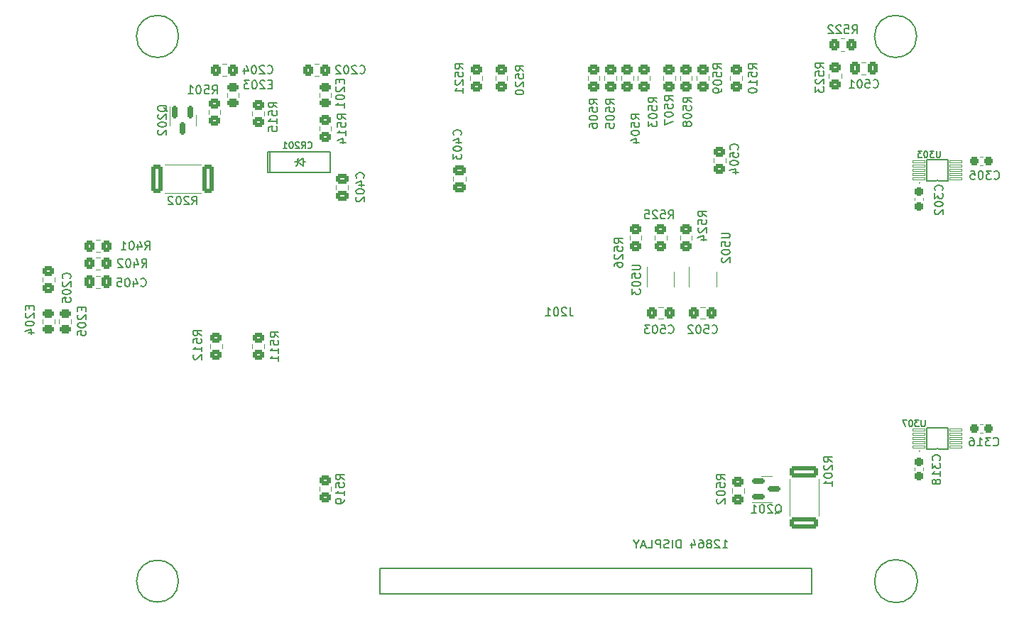
<source format=gbo>
G04 #@! TF.GenerationSoftware,KiCad,Pcbnew,6.0.2-378541a8eb~116~ubuntu20.04.1*
G04 #@! TF.CreationDate,2022-04-19T13:42:03-07:00*
G04 #@! TF.ProjectId,vfo-control-mcu,76666f2d-636f-46e7-9472-6f6c2d6d6375,rev?*
G04 #@! TF.SameCoordinates,Original*
G04 #@! TF.FileFunction,Legend,Bot*
G04 #@! TF.FilePolarity,Positive*
%FSLAX46Y46*%
G04 Gerber Fmt 4.6, Leading zero omitted, Abs format (unit mm)*
G04 Created by KiCad (PCBNEW 6.0.2-378541a8eb~116~ubuntu20.04.1) date 2022-04-19 13:42:03*
%MOMM*%
%LPD*%
G01*
G04 APERTURE LIST*
G04 Aperture macros list*
%AMRoundRect*
0 Rectangle with rounded corners*
0 $1 Rounding radius*
0 $2 $3 $4 $5 $6 $7 $8 $9 X,Y pos of 4 corners*
0 Add a 4 corners polygon primitive as box body*
4,1,4,$2,$3,$4,$5,$6,$7,$8,$9,$2,$3,0*
0 Add four circle primitives for the rounded corners*
1,1,$1+$1,$2,$3*
1,1,$1+$1,$4,$5*
1,1,$1+$1,$6,$7*
1,1,$1+$1,$8,$9*
0 Add four rect primitives between the rounded corners*
20,1,$1+$1,$2,$3,$4,$5,0*
20,1,$1+$1,$4,$5,$6,$7,0*
20,1,$1+$1,$6,$7,$8,$9,0*
20,1,$1+$1,$8,$9,$2,$3,0*%
G04 Aperture macros list end*
%ADD10C,0.150000*%
%ADD11C,0.152400*%
%ADD12C,0.120000*%
%ADD13R,2.100000X1.400000*%
%ADD14O,2.100000X1.400000*%
%ADD15R,1.400000X2.100000*%
%ADD16O,1.400000X2.100000*%
%ADD17C,6.400000*%
%ADD18C,0.800000*%
%ADD19R,1.600000X1.600000*%
%ADD20C,1.600000*%
%ADD21R,2.300000X1.500000*%
%ADD22O,2.300000X1.500000*%
%ADD23R,4.200000X1.350000*%
%ADD24RoundRect,0.249999X0.325001X0.450001X-0.325001X0.450001X-0.325001X-0.450001X0.325001X-0.450001X0*%
%ADD25RoundRect,0.249999X-0.325001X-0.450001X0.325001X-0.450001X0.325001X0.450001X-0.325001X0.450001X0*%
%ADD26RoundRect,0.249999X0.450001X-0.325001X0.450001X0.325001X-0.450001X0.325001X-0.450001X-0.325001X0*%
%ADD27RoundRect,0.243750X0.456250X-0.243750X0.456250X0.243750X-0.456250X0.243750X-0.456250X-0.243750X0*%
%ADD28RoundRect,0.243750X-0.456250X0.243750X-0.456250X-0.243750X0.456250X-0.243750X0.456250X0.243750X0*%
%ADD29RoundRect,0.150000X-0.587500X-0.150000X0.587500X-0.150000X0.587500X0.150000X-0.587500X0.150000X0*%
%ADD30RoundRect,0.150000X-0.150000X0.587500X-0.150000X-0.587500X0.150000X-0.587500X0.150000X0.587500X0*%
%ADD31RoundRect,0.249999X1.425001X-0.450001X1.425001X0.450001X-1.425001X0.450001X-1.425001X-0.450001X0*%
%ADD32RoundRect,0.249999X-0.450001X0.325001X-0.450001X-0.325001X0.450001X-0.325001X0.450001X0.325001X0*%
%ADD33R,0.650000X1.060000*%
%ADD34C,2.700000*%
%ADD35RoundRect,0.250000X0.475000X-0.337500X0.475000X0.337500X-0.475000X0.337500X-0.475000X-0.337500X0*%
%ADD36RoundRect,0.250000X0.350000X0.450000X-0.350000X0.450000X-0.350000X-0.450000X0.350000X-0.450000X0*%
%ADD37RoundRect,0.249999X-0.450001X-1.425001X0.450001X-1.425001X0.450001X1.425001X-0.450001X1.425001X0*%
%ADD38RoundRect,0.050000X0.725000X-0.150000X0.725000X0.150000X-0.725000X0.150000X-0.725000X-0.150000X0*%
%ADD39RoundRect,0.237500X-0.300000X-0.237500X0.300000X-0.237500X0.300000X0.237500X-0.300000X0.237500X0*%
%ADD40RoundRect,0.250000X-0.337500X-0.475000X0.337500X-0.475000X0.337500X0.475000X-0.337500X0.475000X0*%
%ADD41RoundRect,0.237500X-0.237500X0.300000X-0.237500X-0.300000X0.237500X-0.300000X0.237500X0.300000X0*%
%ADD42RoundRect,0.250000X-0.350000X-0.450000X0.350000X-0.450000X0.350000X0.450000X-0.350000X0.450000X0*%
%ADD43R,2.500000X1.700000*%
%ADD44RoundRect,0.250000X-0.450000X0.350000X-0.450000X-0.350000X0.450000X-0.350000X0.450000X0.350000X0*%
G04 APERTURE END LIST*
D10*
X173376190Y-121052380D02*
X173947619Y-121052380D01*
X173661904Y-121052380D02*
X173661904Y-120052380D01*
X173757142Y-120195238D01*
X173852380Y-120290476D01*
X173947619Y-120338095D01*
X172995238Y-120147619D02*
X172947619Y-120100000D01*
X172852380Y-120052380D01*
X172614285Y-120052380D01*
X172519047Y-120100000D01*
X172471428Y-120147619D01*
X172423809Y-120242857D01*
X172423809Y-120338095D01*
X172471428Y-120480952D01*
X173042857Y-121052380D01*
X172423809Y-121052380D01*
X171852380Y-120480952D02*
X171947619Y-120433333D01*
X171995238Y-120385714D01*
X172042857Y-120290476D01*
X172042857Y-120242857D01*
X171995238Y-120147619D01*
X171947619Y-120100000D01*
X171852380Y-120052380D01*
X171661904Y-120052380D01*
X171566666Y-120100000D01*
X171519047Y-120147619D01*
X171471428Y-120242857D01*
X171471428Y-120290476D01*
X171519047Y-120385714D01*
X171566666Y-120433333D01*
X171661904Y-120480952D01*
X171852380Y-120480952D01*
X171947619Y-120528571D01*
X171995238Y-120576190D01*
X172042857Y-120671428D01*
X172042857Y-120861904D01*
X171995238Y-120957142D01*
X171947619Y-121004761D01*
X171852380Y-121052380D01*
X171661904Y-121052380D01*
X171566666Y-121004761D01*
X171519047Y-120957142D01*
X171471428Y-120861904D01*
X171471428Y-120671428D01*
X171519047Y-120576190D01*
X171566666Y-120528571D01*
X171661904Y-120480952D01*
X170614285Y-120052380D02*
X170804761Y-120052380D01*
X170900000Y-120100000D01*
X170947619Y-120147619D01*
X171042857Y-120290476D01*
X171090476Y-120480952D01*
X171090476Y-120861904D01*
X171042857Y-120957142D01*
X170995238Y-121004761D01*
X170900000Y-121052380D01*
X170709523Y-121052380D01*
X170614285Y-121004761D01*
X170566666Y-120957142D01*
X170519047Y-120861904D01*
X170519047Y-120623809D01*
X170566666Y-120528571D01*
X170614285Y-120480952D01*
X170709523Y-120433333D01*
X170900000Y-120433333D01*
X170995238Y-120480952D01*
X171042857Y-120528571D01*
X171090476Y-120623809D01*
X169661904Y-120385714D02*
X169661904Y-121052380D01*
X169900000Y-120004761D02*
X170138095Y-120719047D01*
X169519047Y-120719047D01*
X168376190Y-121052380D02*
X168376190Y-120052380D01*
X168138095Y-120052380D01*
X167995238Y-120100000D01*
X167900000Y-120195238D01*
X167852380Y-120290476D01*
X167804761Y-120480952D01*
X167804761Y-120623809D01*
X167852380Y-120814285D01*
X167900000Y-120909523D01*
X167995238Y-121004761D01*
X168138095Y-121052380D01*
X168376190Y-121052380D01*
X167376190Y-121052380D02*
X167376190Y-120052380D01*
X166947619Y-121004761D02*
X166804761Y-121052380D01*
X166566666Y-121052380D01*
X166471428Y-121004761D01*
X166423809Y-120957142D01*
X166376190Y-120861904D01*
X166376190Y-120766666D01*
X166423809Y-120671428D01*
X166471428Y-120623809D01*
X166566666Y-120576190D01*
X166757142Y-120528571D01*
X166852380Y-120480952D01*
X166900000Y-120433333D01*
X166947619Y-120338095D01*
X166947619Y-120242857D01*
X166900000Y-120147619D01*
X166852380Y-120100000D01*
X166757142Y-120052380D01*
X166519047Y-120052380D01*
X166376190Y-120100000D01*
X165947619Y-121052380D02*
X165947619Y-120052380D01*
X165566666Y-120052380D01*
X165471428Y-120100000D01*
X165423809Y-120147619D01*
X165376190Y-120242857D01*
X165376190Y-120385714D01*
X165423809Y-120480952D01*
X165471428Y-120528571D01*
X165566666Y-120576190D01*
X165947619Y-120576190D01*
X164471428Y-121052380D02*
X164947619Y-121052380D01*
X164947619Y-120052380D01*
X164185714Y-120766666D02*
X163709523Y-120766666D01*
X164280952Y-121052380D02*
X163947619Y-120052380D01*
X163614285Y-121052380D01*
X163090476Y-120576190D02*
X163090476Y-121052380D01*
X163423809Y-120052380D02*
X163090476Y-120576190D01*
X162757142Y-120052380D01*
X130119047Y-64357142D02*
X130166666Y-64404761D01*
X130309523Y-64452380D01*
X130404761Y-64452380D01*
X130547619Y-64404761D01*
X130642857Y-64309523D01*
X130690476Y-64214285D01*
X130738095Y-64023809D01*
X130738095Y-63880952D01*
X130690476Y-63690476D01*
X130642857Y-63595238D01*
X130547619Y-63500000D01*
X130404761Y-63452380D01*
X130309523Y-63452380D01*
X130166666Y-63500000D01*
X130119047Y-63547619D01*
X129738095Y-63547619D02*
X129690476Y-63500000D01*
X129595238Y-63452380D01*
X129357142Y-63452380D01*
X129261904Y-63500000D01*
X129214285Y-63547619D01*
X129166666Y-63642857D01*
X129166666Y-63738095D01*
X129214285Y-63880952D01*
X129785714Y-64452380D01*
X129166666Y-64452380D01*
X128547619Y-63452380D02*
X128452380Y-63452380D01*
X128357142Y-63500000D01*
X128309523Y-63547619D01*
X128261904Y-63642857D01*
X128214285Y-63833333D01*
X128214285Y-64071428D01*
X128261904Y-64261904D01*
X128309523Y-64357142D01*
X128357142Y-64404761D01*
X128452380Y-64452380D01*
X128547619Y-64452380D01*
X128642857Y-64404761D01*
X128690476Y-64357142D01*
X128738095Y-64261904D01*
X128785714Y-64071428D01*
X128785714Y-63833333D01*
X128738095Y-63642857D01*
X128690476Y-63547619D01*
X128642857Y-63500000D01*
X128547619Y-63452380D01*
X127833333Y-63547619D02*
X127785714Y-63500000D01*
X127690476Y-63452380D01*
X127452380Y-63452380D01*
X127357142Y-63500000D01*
X127309523Y-63547619D01*
X127261904Y-63642857D01*
X127261904Y-63738095D01*
X127309523Y-63880952D01*
X127880952Y-64452380D01*
X127261904Y-64452380D01*
X172119047Y-95357142D02*
X172166666Y-95404761D01*
X172309523Y-95452380D01*
X172404761Y-95452380D01*
X172547619Y-95404761D01*
X172642857Y-95309523D01*
X172690476Y-95214285D01*
X172738095Y-95023809D01*
X172738095Y-94880952D01*
X172690476Y-94690476D01*
X172642857Y-94595238D01*
X172547619Y-94500000D01*
X172404761Y-94452380D01*
X172309523Y-94452380D01*
X172166666Y-94500000D01*
X172119047Y-94547619D01*
X171214285Y-94452380D02*
X171690476Y-94452380D01*
X171738095Y-94928571D01*
X171690476Y-94880952D01*
X171595238Y-94833333D01*
X171357142Y-94833333D01*
X171261904Y-94880952D01*
X171214285Y-94928571D01*
X171166666Y-95023809D01*
X171166666Y-95261904D01*
X171214285Y-95357142D01*
X171261904Y-95404761D01*
X171357142Y-95452380D01*
X171595238Y-95452380D01*
X171690476Y-95404761D01*
X171738095Y-95357142D01*
X170547619Y-94452380D02*
X170452380Y-94452380D01*
X170357142Y-94500000D01*
X170309523Y-94547619D01*
X170261904Y-94642857D01*
X170214285Y-94833333D01*
X170214285Y-95071428D01*
X170261904Y-95261904D01*
X170309523Y-95357142D01*
X170357142Y-95404761D01*
X170452380Y-95452380D01*
X170547619Y-95452380D01*
X170642857Y-95404761D01*
X170690476Y-95357142D01*
X170738095Y-95261904D01*
X170785714Y-95071428D01*
X170785714Y-94833333D01*
X170738095Y-94642857D01*
X170690476Y-94547619D01*
X170642857Y-94500000D01*
X170547619Y-94452380D01*
X169833333Y-94547619D02*
X169785714Y-94500000D01*
X169690476Y-94452380D01*
X169452380Y-94452380D01*
X169357142Y-94500000D01*
X169309523Y-94547619D01*
X169261904Y-94642857D01*
X169261904Y-94738095D01*
X169309523Y-94880952D01*
X169880952Y-95452380D01*
X169261904Y-95452380D01*
X166919047Y-95357142D02*
X166966666Y-95404761D01*
X167109523Y-95452380D01*
X167204761Y-95452380D01*
X167347619Y-95404761D01*
X167442857Y-95309523D01*
X167490476Y-95214285D01*
X167538095Y-95023809D01*
X167538095Y-94880952D01*
X167490476Y-94690476D01*
X167442857Y-94595238D01*
X167347619Y-94500000D01*
X167204761Y-94452380D01*
X167109523Y-94452380D01*
X166966666Y-94500000D01*
X166919047Y-94547619D01*
X166014285Y-94452380D02*
X166490476Y-94452380D01*
X166538095Y-94928571D01*
X166490476Y-94880952D01*
X166395238Y-94833333D01*
X166157142Y-94833333D01*
X166061904Y-94880952D01*
X166014285Y-94928571D01*
X165966666Y-95023809D01*
X165966666Y-95261904D01*
X166014285Y-95357142D01*
X166061904Y-95404761D01*
X166157142Y-95452380D01*
X166395238Y-95452380D01*
X166490476Y-95404761D01*
X166538095Y-95357142D01*
X165347619Y-94452380D02*
X165252380Y-94452380D01*
X165157142Y-94500000D01*
X165109523Y-94547619D01*
X165061904Y-94642857D01*
X165014285Y-94833333D01*
X165014285Y-95071428D01*
X165061904Y-95261904D01*
X165109523Y-95357142D01*
X165157142Y-95404761D01*
X165252380Y-95452380D01*
X165347619Y-95452380D01*
X165442857Y-95404761D01*
X165490476Y-95357142D01*
X165538095Y-95261904D01*
X165585714Y-95071428D01*
X165585714Y-94833333D01*
X165538095Y-94642857D01*
X165490476Y-94547619D01*
X165442857Y-94500000D01*
X165347619Y-94452380D01*
X164680952Y-94452380D02*
X164061904Y-94452380D01*
X164395238Y-94833333D01*
X164252380Y-94833333D01*
X164157142Y-94880952D01*
X164109523Y-94928571D01*
X164061904Y-95023809D01*
X164061904Y-95261904D01*
X164109523Y-95357142D01*
X164157142Y-95404761D01*
X164252380Y-95452380D01*
X164538095Y-95452380D01*
X164633333Y-95404761D01*
X164680952Y-95357142D01*
X175157142Y-73480952D02*
X175204761Y-73433333D01*
X175252380Y-73290476D01*
X175252380Y-73195238D01*
X175204761Y-73052380D01*
X175109523Y-72957142D01*
X175014285Y-72909523D01*
X174823809Y-72861904D01*
X174680952Y-72861904D01*
X174490476Y-72909523D01*
X174395238Y-72957142D01*
X174300000Y-73052380D01*
X174252380Y-73195238D01*
X174252380Y-73290476D01*
X174300000Y-73433333D01*
X174347619Y-73480952D01*
X174252380Y-74385714D02*
X174252380Y-73909523D01*
X174728571Y-73861904D01*
X174680952Y-73909523D01*
X174633333Y-74004761D01*
X174633333Y-74242857D01*
X174680952Y-74338095D01*
X174728571Y-74385714D01*
X174823809Y-74433333D01*
X175061904Y-74433333D01*
X175157142Y-74385714D01*
X175204761Y-74338095D01*
X175252380Y-74242857D01*
X175252380Y-74004761D01*
X175204761Y-73909523D01*
X175157142Y-73861904D01*
X174252380Y-75052380D02*
X174252380Y-75147619D01*
X174300000Y-75242857D01*
X174347619Y-75290476D01*
X174442857Y-75338095D01*
X174633333Y-75385714D01*
X174871428Y-75385714D01*
X175061904Y-75338095D01*
X175157142Y-75290476D01*
X175204761Y-75242857D01*
X175252380Y-75147619D01*
X175252380Y-75052380D01*
X175204761Y-74957142D01*
X175157142Y-74909523D01*
X175061904Y-74861904D01*
X174871428Y-74814285D01*
X174633333Y-74814285D01*
X174442857Y-74861904D01*
X174347619Y-74909523D01*
X174300000Y-74957142D01*
X174252380Y-75052380D01*
X174585714Y-76242857D02*
X175252380Y-76242857D01*
X174204761Y-76004761D02*
X174919047Y-75766666D01*
X174919047Y-76385714D01*
X127728571Y-65157142D02*
X127728571Y-65490476D01*
X128252380Y-65633333D02*
X128252380Y-65157142D01*
X127252380Y-65157142D01*
X127252380Y-65633333D01*
X127347619Y-66014285D02*
X127300000Y-66061904D01*
X127252380Y-66157142D01*
X127252380Y-66395238D01*
X127300000Y-66490476D01*
X127347619Y-66538095D01*
X127442857Y-66585714D01*
X127538095Y-66585714D01*
X127680952Y-66538095D01*
X128252380Y-65966666D01*
X128252380Y-66585714D01*
X127252380Y-67204761D02*
X127252380Y-67300000D01*
X127300000Y-67395238D01*
X127347619Y-67442857D01*
X127442857Y-67490476D01*
X127633333Y-67538095D01*
X127871428Y-67538095D01*
X128061904Y-67490476D01*
X128157142Y-67442857D01*
X128204761Y-67395238D01*
X128252380Y-67300000D01*
X128252380Y-67204761D01*
X128204761Y-67109523D01*
X128157142Y-67061904D01*
X128061904Y-67014285D01*
X127871428Y-66966666D01*
X127633333Y-66966666D01*
X127442857Y-67014285D01*
X127347619Y-67061904D01*
X127300000Y-67109523D01*
X127252380Y-67204761D01*
X128252380Y-68490476D02*
X128252380Y-67919047D01*
X128252380Y-68204761D02*
X127252380Y-68204761D01*
X127395238Y-68109523D01*
X127490476Y-68014285D01*
X127538095Y-67919047D01*
X119642857Y-65728571D02*
X119309523Y-65728571D01*
X119166666Y-66252380D02*
X119642857Y-66252380D01*
X119642857Y-65252380D01*
X119166666Y-65252380D01*
X118785714Y-65347619D02*
X118738095Y-65300000D01*
X118642857Y-65252380D01*
X118404761Y-65252380D01*
X118309523Y-65300000D01*
X118261904Y-65347619D01*
X118214285Y-65442857D01*
X118214285Y-65538095D01*
X118261904Y-65680952D01*
X118833333Y-66252380D01*
X118214285Y-66252380D01*
X117595238Y-65252380D02*
X117500000Y-65252380D01*
X117404761Y-65300000D01*
X117357142Y-65347619D01*
X117309523Y-65442857D01*
X117261904Y-65633333D01*
X117261904Y-65871428D01*
X117309523Y-66061904D01*
X117357142Y-66157142D01*
X117404761Y-66204761D01*
X117500000Y-66252380D01*
X117595238Y-66252380D01*
X117690476Y-66204761D01*
X117738095Y-66157142D01*
X117785714Y-66061904D01*
X117833333Y-65871428D01*
X117833333Y-65633333D01*
X117785714Y-65442857D01*
X117738095Y-65347619D01*
X117690476Y-65300000D01*
X117595238Y-65252380D01*
X116928571Y-65252380D02*
X116309523Y-65252380D01*
X116642857Y-65633333D01*
X116500000Y-65633333D01*
X116404761Y-65680952D01*
X116357142Y-65728571D01*
X116309523Y-65823809D01*
X116309523Y-66061904D01*
X116357142Y-66157142D01*
X116404761Y-66204761D01*
X116500000Y-66252380D01*
X116785714Y-66252380D01*
X116880952Y-66204761D01*
X116928571Y-66157142D01*
X90728571Y-92157142D02*
X90728571Y-92490476D01*
X91252380Y-92633333D02*
X91252380Y-92157142D01*
X90252380Y-92157142D01*
X90252380Y-92633333D01*
X90347619Y-93014285D02*
X90300000Y-93061904D01*
X90252380Y-93157142D01*
X90252380Y-93395238D01*
X90300000Y-93490476D01*
X90347619Y-93538095D01*
X90442857Y-93585714D01*
X90538095Y-93585714D01*
X90680952Y-93538095D01*
X91252380Y-92966666D01*
X91252380Y-93585714D01*
X90252380Y-94204761D02*
X90252380Y-94300000D01*
X90300000Y-94395238D01*
X90347619Y-94442857D01*
X90442857Y-94490476D01*
X90633333Y-94538095D01*
X90871428Y-94538095D01*
X91061904Y-94490476D01*
X91157142Y-94442857D01*
X91204761Y-94395238D01*
X91252380Y-94300000D01*
X91252380Y-94204761D01*
X91204761Y-94109523D01*
X91157142Y-94061904D01*
X91061904Y-94014285D01*
X90871428Y-93966666D01*
X90633333Y-93966666D01*
X90442857Y-94014285D01*
X90347619Y-94061904D01*
X90300000Y-94109523D01*
X90252380Y-94204761D01*
X90585714Y-95395238D02*
X91252380Y-95395238D01*
X90204761Y-95157142D02*
X90919047Y-94919047D01*
X90919047Y-95538095D01*
X96928571Y-92357142D02*
X96928571Y-92690476D01*
X97452380Y-92833333D02*
X97452380Y-92357142D01*
X96452380Y-92357142D01*
X96452380Y-92833333D01*
X96547619Y-93214285D02*
X96500000Y-93261904D01*
X96452380Y-93357142D01*
X96452380Y-93595238D01*
X96500000Y-93690476D01*
X96547619Y-93738095D01*
X96642857Y-93785714D01*
X96738095Y-93785714D01*
X96880952Y-93738095D01*
X97452380Y-93166666D01*
X97452380Y-93785714D01*
X96452380Y-94404761D02*
X96452380Y-94500000D01*
X96500000Y-94595238D01*
X96547619Y-94642857D01*
X96642857Y-94690476D01*
X96833333Y-94738095D01*
X97071428Y-94738095D01*
X97261904Y-94690476D01*
X97357142Y-94642857D01*
X97404761Y-94595238D01*
X97452380Y-94500000D01*
X97452380Y-94404761D01*
X97404761Y-94309523D01*
X97357142Y-94261904D01*
X97261904Y-94214285D01*
X97071428Y-94166666D01*
X96833333Y-94166666D01*
X96642857Y-94214285D01*
X96547619Y-94261904D01*
X96500000Y-94309523D01*
X96452380Y-94404761D01*
X96452380Y-95642857D02*
X96452380Y-95166666D01*
X96928571Y-95119047D01*
X96880952Y-95166666D01*
X96833333Y-95261904D01*
X96833333Y-95500000D01*
X96880952Y-95595238D01*
X96928571Y-95642857D01*
X97023809Y-95690476D01*
X97261904Y-95690476D01*
X97357142Y-95642857D01*
X97404761Y-95595238D01*
X97452380Y-95500000D01*
X97452380Y-95261904D01*
X97404761Y-95166666D01*
X97357142Y-95119047D01*
X179647619Y-116947619D02*
X179742857Y-116900000D01*
X179838095Y-116804761D01*
X179980952Y-116661904D01*
X180076190Y-116614285D01*
X180171428Y-116614285D01*
X180123809Y-116852380D02*
X180219047Y-116804761D01*
X180314285Y-116709523D01*
X180361904Y-116519047D01*
X180361904Y-116185714D01*
X180314285Y-115995238D01*
X180219047Y-115900000D01*
X180123809Y-115852380D01*
X179933333Y-115852380D01*
X179838095Y-115900000D01*
X179742857Y-115995238D01*
X179695238Y-116185714D01*
X179695238Y-116519047D01*
X179742857Y-116709523D01*
X179838095Y-116804761D01*
X179933333Y-116852380D01*
X180123809Y-116852380D01*
X179314285Y-115947619D02*
X179266666Y-115900000D01*
X179171428Y-115852380D01*
X178933333Y-115852380D01*
X178838095Y-115900000D01*
X178790476Y-115947619D01*
X178742857Y-116042857D01*
X178742857Y-116138095D01*
X178790476Y-116280952D01*
X179361904Y-116852380D01*
X178742857Y-116852380D01*
X178123809Y-115852380D02*
X178028571Y-115852380D01*
X177933333Y-115900000D01*
X177885714Y-115947619D01*
X177838095Y-116042857D01*
X177790476Y-116233333D01*
X177790476Y-116471428D01*
X177838095Y-116661904D01*
X177885714Y-116757142D01*
X177933333Y-116804761D01*
X178028571Y-116852380D01*
X178123809Y-116852380D01*
X178219047Y-116804761D01*
X178266666Y-116757142D01*
X178314285Y-116661904D01*
X178361904Y-116471428D01*
X178361904Y-116233333D01*
X178314285Y-116042857D01*
X178266666Y-115947619D01*
X178219047Y-115900000D01*
X178123809Y-115852380D01*
X176838095Y-116852380D02*
X177409523Y-116852380D01*
X177123809Y-116852380D02*
X177123809Y-115852380D01*
X177219047Y-115995238D01*
X177314285Y-116090476D01*
X177409523Y-116138095D01*
X107147619Y-68952380D02*
X107100000Y-68857142D01*
X107004761Y-68761904D01*
X106861904Y-68619047D01*
X106814285Y-68523809D01*
X106814285Y-68428571D01*
X107052380Y-68476190D02*
X107004761Y-68380952D01*
X106909523Y-68285714D01*
X106719047Y-68238095D01*
X106385714Y-68238095D01*
X106195238Y-68285714D01*
X106100000Y-68380952D01*
X106052380Y-68476190D01*
X106052380Y-68666666D01*
X106100000Y-68761904D01*
X106195238Y-68857142D01*
X106385714Y-68904761D01*
X106719047Y-68904761D01*
X106909523Y-68857142D01*
X107004761Y-68761904D01*
X107052380Y-68666666D01*
X107052380Y-68476190D01*
X106147619Y-69285714D02*
X106100000Y-69333333D01*
X106052380Y-69428571D01*
X106052380Y-69666666D01*
X106100000Y-69761904D01*
X106147619Y-69809523D01*
X106242857Y-69857142D01*
X106338095Y-69857142D01*
X106480952Y-69809523D01*
X107052380Y-69238095D01*
X107052380Y-69857142D01*
X106052380Y-70476190D02*
X106052380Y-70571428D01*
X106100000Y-70666666D01*
X106147619Y-70714285D01*
X106242857Y-70761904D01*
X106433333Y-70809523D01*
X106671428Y-70809523D01*
X106861904Y-70761904D01*
X106957142Y-70714285D01*
X107004761Y-70666666D01*
X107052380Y-70571428D01*
X107052380Y-70476190D01*
X107004761Y-70380952D01*
X106957142Y-70333333D01*
X106861904Y-70285714D01*
X106671428Y-70238095D01*
X106433333Y-70238095D01*
X106242857Y-70285714D01*
X106147619Y-70333333D01*
X106100000Y-70380952D01*
X106052380Y-70476190D01*
X106147619Y-71190476D02*
X106100000Y-71238095D01*
X106052380Y-71333333D01*
X106052380Y-71571428D01*
X106100000Y-71666666D01*
X106147619Y-71714285D01*
X106242857Y-71761904D01*
X106338095Y-71761904D01*
X106480952Y-71714285D01*
X107052380Y-71142857D01*
X107052380Y-71761904D01*
X186452380Y-110780952D02*
X185976190Y-110447619D01*
X186452380Y-110209523D02*
X185452380Y-110209523D01*
X185452380Y-110590476D01*
X185500000Y-110685714D01*
X185547619Y-110733333D01*
X185642857Y-110780952D01*
X185785714Y-110780952D01*
X185880952Y-110733333D01*
X185928571Y-110685714D01*
X185976190Y-110590476D01*
X185976190Y-110209523D01*
X185547619Y-111161904D02*
X185500000Y-111209523D01*
X185452380Y-111304761D01*
X185452380Y-111542857D01*
X185500000Y-111638095D01*
X185547619Y-111685714D01*
X185642857Y-111733333D01*
X185738095Y-111733333D01*
X185880952Y-111685714D01*
X186452380Y-111114285D01*
X186452380Y-111733333D01*
X185452380Y-112352380D02*
X185452380Y-112447619D01*
X185500000Y-112542857D01*
X185547619Y-112590476D01*
X185642857Y-112638095D01*
X185833333Y-112685714D01*
X186071428Y-112685714D01*
X186261904Y-112638095D01*
X186357142Y-112590476D01*
X186404761Y-112542857D01*
X186452380Y-112447619D01*
X186452380Y-112352380D01*
X186404761Y-112257142D01*
X186357142Y-112209523D01*
X186261904Y-112161904D01*
X186071428Y-112114285D01*
X185833333Y-112114285D01*
X185642857Y-112161904D01*
X185547619Y-112209523D01*
X185500000Y-112257142D01*
X185452380Y-112352380D01*
X186452380Y-113638095D02*
X186452380Y-113066666D01*
X186452380Y-113352380D02*
X185452380Y-113352380D01*
X185595238Y-113257142D01*
X185690476Y-113161904D01*
X185738095Y-113066666D01*
X112519047Y-66852380D02*
X112852380Y-66376190D01*
X113090476Y-66852380D02*
X113090476Y-65852380D01*
X112709523Y-65852380D01*
X112614285Y-65900000D01*
X112566666Y-65947619D01*
X112519047Y-66042857D01*
X112519047Y-66185714D01*
X112566666Y-66280952D01*
X112614285Y-66328571D01*
X112709523Y-66376190D01*
X113090476Y-66376190D01*
X111614285Y-65852380D02*
X112090476Y-65852380D01*
X112138095Y-66328571D01*
X112090476Y-66280952D01*
X111995238Y-66233333D01*
X111757142Y-66233333D01*
X111661904Y-66280952D01*
X111614285Y-66328571D01*
X111566666Y-66423809D01*
X111566666Y-66661904D01*
X111614285Y-66757142D01*
X111661904Y-66804761D01*
X111757142Y-66852380D01*
X111995238Y-66852380D01*
X112090476Y-66804761D01*
X112138095Y-66757142D01*
X110947619Y-65852380D02*
X110852380Y-65852380D01*
X110757142Y-65900000D01*
X110709523Y-65947619D01*
X110661904Y-66042857D01*
X110614285Y-66233333D01*
X110614285Y-66471428D01*
X110661904Y-66661904D01*
X110709523Y-66757142D01*
X110757142Y-66804761D01*
X110852380Y-66852380D01*
X110947619Y-66852380D01*
X111042857Y-66804761D01*
X111090476Y-66757142D01*
X111138095Y-66661904D01*
X111185714Y-66471428D01*
X111185714Y-66233333D01*
X111138095Y-66042857D01*
X111090476Y-65947619D01*
X111042857Y-65900000D01*
X110947619Y-65852380D01*
X109661904Y-66852380D02*
X110233333Y-66852380D01*
X109947619Y-66852380D02*
X109947619Y-65852380D01*
X110042857Y-65995238D01*
X110138095Y-66090476D01*
X110233333Y-66138095D01*
X173652380Y-112880952D02*
X173176190Y-112547619D01*
X173652380Y-112309523D02*
X172652380Y-112309523D01*
X172652380Y-112690476D01*
X172700000Y-112785714D01*
X172747619Y-112833333D01*
X172842857Y-112880952D01*
X172985714Y-112880952D01*
X173080952Y-112833333D01*
X173128571Y-112785714D01*
X173176190Y-112690476D01*
X173176190Y-112309523D01*
X172652380Y-113785714D02*
X172652380Y-113309523D01*
X173128571Y-113261904D01*
X173080952Y-113309523D01*
X173033333Y-113404761D01*
X173033333Y-113642857D01*
X173080952Y-113738095D01*
X173128571Y-113785714D01*
X173223809Y-113833333D01*
X173461904Y-113833333D01*
X173557142Y-113785714D01*
X173604761Y-113738095D01*
X173652380Y-113642857D01*
X173652380Y-113404761D01*
X173604761Y-113309523D01*
X173557142Y-113261904D01*
X172652380Y-114452380D02*
X172652380Y-114547619D01*
X172700000Y-114642857D01*
X172747619Y-114690476D01*
X172842857Y-114738095D01*
X173033333Y-114785714D01*
X173271428Y-114785714D01*
X173461904Y-114738095D01*
X173557142Y-114690476D01*
X173604761Y-114642857D01*
X173652380Y-114547619D01*
X173652380Y-114452380D01*
X173604761Y-114357142D01*
X173557142Y-114309523D01*
X173461904Y-114261904D01*
X173271428Y-114214285D01*
X173033333Y-114214285D01*
X172842857Y-114261904D01*
X172747619Y-114309523D01*
X172700000Y-114357142D01*
X172652380Y-114452380D01*
X172747619Y-115166666D02*
X172700000Y-115214285D01*
X172652380Y-115309523D01*
X172652380Y-115547619D01*
X172700000Y-115642857D01*
X172747619Y-115690476D01*
X172842857Y-115738095D01*
X172938095Y-115738095D01*
X173080952Y-115690476D01*
X173652380Y-115119047D01*
X173652380Y-115738095D01*
X165552380Y-67880952D02*
X165076190Y-67547619D01*
X165552380Y-67309523D02*
X164552380Y-67309523D01*
X164552380Y-67690476D01*
X164600000Y-67785714D01*
X164647619Y-67833333D01*
X164742857Y-67880952D01*
X164885714Y-67880952D01*
X164980952Y-67833333D01*
X165028571Y-67785714D01*
X165076190Y-67690476D01*
X165076190Y-67309523D01*
X164552380Y-68785714D02*
X164552380Y-68309523D01*
X165028571Y-68261904D01*
X164980952Y-68309523D01*
X164933333Y-68404761D01*
X164933333Y-68642857D01*
X164980952Y-68738095D01*
X165028571Y-68785714D01*
X165123809Y-68833333D01*
X165361904Y-68833333D01*
X165457142Y-68785714D01*
X165504761Y-68738095D01*
X165552380Y-68642857D01*
X165552380Y-68404761D01*
X165504761Y-68309523D01*
X165457142Y-68261904D01*
X164552380Y-69452380D02*
X164552380Y-69547619D01*
X164600000Y-69642857D01*
X164647619Y-69690476D01*
X164742857Y-69738095D01*
X164933333Y-69785714D01*
X165171428Y-69785714D01*
X165361904Y-69738095D01*
X165457142Y-69690476D01*
X165504761Y-69642857D01*
X165552380Y-69547619D01*
X165552380Y-69452380D01*
X165504761Y-69357142D01*
X165457142Y-69309523D01*
X165361904Y-69261904D01*
X165171428Y-69214285D01*
X164933333Y-69214285D01*
X164742857Y-69261904D01*
X164647619Y-69309523D01*
X164600000Y-69357142D01*
X164552380Y-69452380D01*
X164552380Y-70119047D02*
X164552380Y-70738095D01*
X164933333Y-70404761D01*
X164933333Y-70547619D01*
X164980952Y-70642857D01*
X165028571Y-70690476D01*
X165123809Y-70738095D01*
X165361904Y-70738095D01*
X165457142Y-70690476D01*
X165504761Y-70642857D01*
X165552380Y-70547619D01*
X165552380Y-70261904D01*
X165504761Y-70166666D01*
X165457142Y-70119047D01*
X163452380Y-69880952D02*
X162976190Y-69547619D01*
X163452380Y-69309523D02*
X162452380Y-69309523D01*
X162452380Y-69690476D01*
X162500000Y-69785714D01*
X162547619Y-69833333D01*
X162642857Y-69880952D01*
X162785714Y-69880952D01*
X162880952Y-69833333D01*
X162928571Y-69785714D01*
X162976190Y-69690476D01*
X162976190Y-69309523D01*
X162452380Y-70785714D02*
X162452380Y-70309523D01*
X162928571Y-70261904D01*
X162880952Y-70309523D01*
X162833333Y-70404761D01*
X162833333Y-70642857D01*
X162880952Y-70738095D01*
X162928571Y-70785714D01*
X163023809Y-70833333D01*
X163261904Y-70833333D01*
X163357142Y-70785714D01*
X163404761Y-70738095D01*
X163452380Y-70642857D01*
X163452380Y-70404761D01*
X163404761Y-70309523D01*
X163357142Y-70261904D01*
X162452380Y-71452380D02*
X162452380Y-71547619D01*
X162500000Y-71642857D01*
X162547619Y-71690476D01*
X162642857Y-71738095D01*
X162833333Y-71785714D01*
X163071428Y-71785714D01*
X163261904Y-71738095D01*
X163357142Y-71690476D01*
X163404761Y-71642857D01*
X163452380Y-71547619D01*
X163452380Y-71452380D01*
X163404761Y-71357142D01*
X163357142Y-71309523D01*
X163261904Y-71261904D01*
X163071428Y-71214285D01*
X162833333Y-71214285D01*
X162642857Y-71261904D01*
X162547619Y-71309523D01*
X162500000Y-71357142D01*
X162452380Y-71452380D01*
X162785714Y-72642857D02*
X163452380Y-72642857D01*
X162404761Y-72404761D02*
X163119047Y-72166666D01*
X163119047Y-72785714D01*
X160452380Y-68080952D02*
X159976190Y-67747619D01*
X160452380Y-67509523D02*
X159452380Y-67509523D01*
X159452380Y-67890476D01*
X159500000Y-67985714D01*
X159547619Y-68033333D01*
X159642857Y-68080952D01*
X159785714Y-68080952D01*
X159880952Y-68033333D01*
X159928571Y-67985714D01*
X159976190Y-67890476D01*
X159976190Y-67509523D01*
X159452380Y-68985714D02*
X159452380Y-68509523D01*
X159928571Y-68461904D01*
X159880952Y-68509523D01*
X159833333Y-68604761D01*
X159833333Y-68842857D01*
X159880952Y-68938095D01*
X159928571Y-68985714D01*
X160023809Y-69033333D01*
X160261904Y-69033333D01*
X160357142Y-68985714D01*
X160404761Y-68938095D01*
X160452380Y-68842857D01*
X160452380Y-68604761D01*
X160404761Y-68509523D01*
X160357142Y-68461904D01*
X159452380Y-69652380D02*
X159452380Y-69747619D01*
X159500000Y-69842857D01*
X159547619Y-69890476D01*
X159642857Y-69938095D01*
X159833333Y-69985714D01*
X160071428Y-69985714D01*
X160261904Y-69938095D01*
X160357142Y-69890476D01*
X160404761Y-69842857D01*
X160452380Y-69747619D01*
X160452380Y-69652380D01*
X160404761Y-69557142D01*
X160357142Y-69509523D01*
X160261904Y-69461904D01*
X160071428Y-69414285D01*
X159833333Y-69414285D01*
X159642857Y-69461904D01*
X159547619Y-69509523D01*
X159500000Y-69557142D01*
X159452380Y-69652380D01*
X159452380Y-70890476D02*
X159452380Y-70414285D01*
X159928571Y-70366666D01*
X159880952Y-70414285D01*
X159833333Y-70509523D01*
X159833333Y-70747619D01*
X159880952Y-70842857D01*
X159928571Y-70890476D01*
X160023809Y-70938095D01*
X160261904Y-70938095D01*
X160357142Y-70890476D01*
X160404761Y-70842857D01*
X160452380Y-70747619D01*
X160452380Y-70509523D01*
X160404761Y-70414285D01*
X160357142Y-70366666D01*
X158452380Y-68080952D02*
X157976190Y-67747619D01*
X158452380Y-67509523D02*
X157452380Y-67509523D01*
X157452380Y-67890476D01*
X157500000Y-67985714D01*
X157547619Y-68033333D01*
X157642857Y-68080952D01*
X157785714Y-68080952D01*
X157880952Y-68033333D01*
X157928571Y-67985714D01*
X157976190Y-67890476D01*
X157976190Y-67509523D01*
X157452380Y-68985714D02*
X157452380Y-68509523D01*
X157928571Y-68461904D01*
X157880952Y-68509523D01*
X157833333Y-68604761D01*
X157833333Y-68842857D01*
X157880952Y-68938095D01*
X157928571Y-68985714D01*
X158023809Y-69033333D01*
X158261904Y-69033333D01*
X158357142Y-68985714D01*
X158404761Y-68938095D01*
X158452380Y-68842857D01*
X158452380Y-68604761D01*
X158404761Y-68509523D01*
X158357142Y-68461904D01*
X157452380Y-69652380D02*
X157452380Y-69747619D01*
X157500000Y-69842857D01*
X157547619Y-69890476D01*
X157642857Y-69938095D01*
X157833333Y-69985714D01*
X158071428Y-69985714D01*
X158261904Y-69938095D01*
X158357142Y-69890476D01*
X158404761Y-69842857D01*
X158452380Y-69747619D01*
X158452380Y-69652380D01*
X158404761Y-69557142D01*
X158357142Y-69509523D01*
X158261904Y-69461904D01*
X158071428Y-69414285D01*
X157833333Y-69414285D01*
X157642857Y-69461904D01*
X157547619Y-69509523D01*
X157500000Y-69557142D01*
X157452380Y-69652380D01*
X157452380Y-70842857D02*
X157452380Y-70652380D01*
X157500000Y-70557142D01*
X157547619Y-70509523D01*
X157690476Y-70414285D01*
X157880952Y-70366666D01*
X158261904Y-70366666D01*
X158357142Y-70414285D01*
X158404761Y-70461904D01*
X158452380Y-70557142D01*
X158452380Y-70747619D01*
X158404761Y-70842857D01*
X158357142Y-70890476D01*
X158261904Y-70938095D01*
X158023809Y-70938095D01*
X157928571Y-70890476D01*
X157880952Y-70842857D01*
X157833333Y-70747619D01*
X157833333Y-70557142D01*
X157880952Y-70461904D01*
X157928571Y-70414285D01*
X158023809Y-70366666D01*
X169652380Y-67880952D02*
X169176190Y-67547619D01*
X169652380Y-67309523D02*
X168652380Y-67309523D01*
X168652380Y-67690476D01*
X168700000Y-67785714D01*
X168747619Y-67833333D01*
X168842857Y-67880952D01*
X168985714Y-67880952D01*
X169080952Y-67833333D01*
X169128571Y-67785714D01*
X169176190Y-67690476D01*
X169176190Y-67309523D01*
X168652380Y-68785714D02*
X168652380Y-68309523D01*
X169128571Y-68261904D01*
X169080952Y-68309523D01*
X169033333Y-68404761D01*
X169033333Y-68642857D01*
X169080952Y-68738095D01*
X169128571Y-68785714D01*
X169223809Y-68833333D01*
X169461904Y-68833333D01*
X169557142Y-68785714D01*
X169604761Y-68738095D01*
X169652380Y-68642857D01*
X169652380Y-68404761D01*
X169604761Y-68309523D01*
X169557142Y-68261904D01*
X168652380Y-69452380D02*
X168652380Y-69547619D01*
X168700000Y-69642857D01*
X168747619Y-69690476D01*
X168842857Y-69738095D01*
X169033333Y-69785714D01*
X169271428Y-69785714D01*
X169461904Y-69738095D01*
X169557142Y-69690476D01*
X169604761Y-69642857D01*
X169652380Y-69547619D01*
X169652380Y-69452380D01*
X169604761Y-69357142D01*
X169557142Y-69309523D01*
X169461904Y-69261904D01*
X169271428Y-69214285D01*
X169033333Y-69214285D01*
X168842857Y-69261904D01*
X168747619Y-69309523D01*
X168700000Y-69357142D01*
X168652380Y-69452380D01*
X169080952Y-70357142D02*
X169033333Y-70261904D01*
X168985714Y-70214285D01*
X168890476Y-70166666D01*
X168842857Y-70166666D01*
X168747619Y-70214285D01*
X168700000Y-70261904D01*
X168652380Y-70357142D01*
X168652380Y-70547619D01*
X168700000Y-70642857D01*
X168747619Y-70690476D01*
X168842857Y-70738095D01*
X168890476Y-70738095D01*
X168985714Y-70690476D01*
X169033333Y-70642857D01*
X169080952Y-70547619D01*
X169080952Y-70357142D01*
X169128571Y-70261904D01*
X169176190Y-70214285D01*
X169271428Y-70166666D01*
X169461904Y-70166666D01*
X169557142Y-70214285D01*
X169604761Y-70261904D01*
X169652380Y-70357142D01*
X169652380Y-70547619D01*
X169604761Y-70642857D01*
X169557142Y-70690476D01*
X169461904Y-70738095D01*
X169271428Y-70738095D01*
X169176190Y-70690476D01*
X169128571Y-70642857D01*
X169080952Y-70547619D01*
X173252380Y-63880952D02*
X172776190Y-63547619D01*
X173252380Y-63309523D02*
X172252380Y-63309523D01*
X172252380Y-63690476D01*
X172300000Y-63785714D01*
X172347619Y-63833333D01*
X172442857Y-63880952D01*
X172585714Y-63880952D01*
X172680952Y-63833333D01*
X172728571Y-63785714D01*
X172776190Y-63690476D01*
X172776190Y-63309523D01*
X172252380Y-64785714D02*
X172252380Y-64309523D01*
X172728571Y-64261904D01*
X172680952Y-64309523D01*
X172633333Y-64404761D01*
X172633333Y-64642857D01*
X172680952Y-64738095D01*
X172728571Y-64785714D01*
X172823809Y-64833333D01*
X173061904Y-64833333D01*
X173157142Y-64785714D01*
X173204761Y-64738095D01*
X173252380Y-64642857D01*
X173252380Y-64404761D01*
X173204761Y-64309523D01*
X173157142Y-64261904D01*
X172252380Y-65452380D02*
X172252380Y-65547619D01*
X172300000Y-65642857D01*
X172347619Y-65690476D01*
X172442857Y-65738095D01*
X172633333Y-65785714D01*
X172871428Y-65785714D01*
X173061904Y-65738095D01*
X173157142Y-65690476D01*
X173204761Y-65642857D01*
X173252380Y-65547619D01*
X173252380Y-65452380D01*
X173204761Y-65357142D01*
X173157142Y-65309523D01*
X173061904Y-65261904D01*
X172871428Y-65214285D01*
X172633333Y-65214285D01*
X172442857Y-65261904D01*
X172347619Y-65309523D01*
X172300000Y-65357142D01*
X172252380Y-65452380D01*
X173252380Y-66261904D02*
X173252380Y-66452380D01*
X173204761Y-66547619D01*
X173157142Y-66595238D01*
X173014285Y-66690476D01*
X172823809Y-66738095D01*
X172442857Y-66738095D01*
X172347619Y-66690476D01*
X172300000Y-66642857D01*
X172252380Y-66547619D01*
X172252380Y-66357142D01*
X172300000Y-66261904D01*
X172347619Y-66214285D01*
X172442857Y-66166666D01*
X172680952Y-66166666D01*
X172776190Y-66214285D01*
X172823809Y-66261904D01*
X172871428Y-66357142D01*
X172871428Y-66547619D01*
X172823809Y-66642857D01*
X172776190Y-66690476D01*
X172680952Y-66738095D01*
X120452380Y-95880952D02*
X119976190Y-95547619D01*
X120452380Y-95309523D02*
X119452380Y-95309523D01*
X119452380Y-95690476D01*
X119500000Y-95785714D01*
X119547619Y-95833333D01*
X119642857Y-95880952D01*
X119785714Y-95880952D01*
X119880952Y-95833333D01*
X119928571Y-95785714D01*
X119976190Y-95690476D01*
X119976190Y-95309523D01*
X119452380Y-96785714D02*
X119452380Y-96309523D01*
X119928571Y-96261904D01*
X119880952Y-96309523D01*
X119833333Y-96404761D01*
X119833333Y-96642857D01*
X119880952Y-96738095D01*
X119928571Y-96785714D01*
X120023809Y-96833333D01*
X120261904Y-96833333D01*
X120357142Y-96785714D01*
X120404761Y-96738095D01*
X120452380Y-96642857D01*
X120452380Y-96404761D01*
X120404761Y-96309523D01*
X120357142Y-96261904D01*
X120452380Y-97785714D02*
X120452380Y-97214285D01*
X120452380Y-97500000D02*
X119452380Y-97500000D01*
X119595238Y-97404761D01*
X119690476Y-97309523D01*
X119738095Y-97214285D01*
X120452380Y-98738095D02*
X120452380Y-98166666D01*
X120452380Y-98452380D02*
X119452380Y-98452380D01*
X119595238Y-98357142D01*
X119690476Y-98261904D01*
X119738095Y-98166666D01*
X111252380Y-95680952D02*
X110776190Y-95347619D01*
X111252380Y-95109523D02*
X110252380Y-95109523D01*
X110252380Y-95490476D01*
X110300000Y-95585714D01*
X110347619Y-95633333D01*
X110442857Y-95680952D01*
X110585714Y-95680952D01*
X110680952Y-95633333D01*
X110728571Y-95585714D01*
X110776190Y-95490476D01*
X110776190Y-95109523D01*
X110252380Y-96585714D02*
X110252380Y-96109523D01*
X110728571Y-96061904D01*
X110680952Y-96109523D01*
X110633333Y-96204761D01*
X110633333Y-96442857D01*
X110680952Y-96538095D01*
X110728571Y-96585714D01*
X110823809Y-96633333D01*
X111061904Y-96633333D01*
X111157142Y-96585714D01*
X111204761Y-96538095D01*
X111252380Y-96442857D01*
X111252380Y-96204761D01*
X111204761Y-96109523D01*
X111157142Y-96061904D01*
X111252380Y-97585714D02*
X111252380Y-97014285D01*
X111252380Y-97300000D02*
X110252380Y-97300000D01*
X110395238Y-97204761D01*
X110490476Y-97109523D01*
X110538095Y-97014285D01*
X110347619Y-97966666D02*
X110300000Y-98014285D01*
X110252380Y-98109523D01*
X110252380Y-98347619D01*
X110300000Y-98442857D01*
X110347619Y-98490476D01*
X110442857Y-98538095D01*
X110538095Y-98538095D01*
X110680952Y-98490476D01*
X111252380Y-97919047D01*
X111252380Y-98538095D01*
X128452380Y-69880952D02*
X127976190Y-69547619D01*
X128452380Y-69309523D02*
X127452380Y-69309523D01*
X127452380Y-69690476D01*
X127500000Y-69785714D01*
X127547619Y-69833333D01*
X127642857Y-69880952D01*
X127785714Y-69880952D01*
X127880952Y-69833333D01*
X127928571Y-69785714D01*
X127976190Y-69690476D01*
X127976190Y-69309523D01*
X127452380Y-70785714D02*
X127452380Y-70309523D01*
X127928571Y-70261904D01*
X127880952Y-70309523D01*
X127833333Y-70404761D01*
X127833333Y-70642857D01*
X127880952Y-70738095D01*
X127928571Y-70785714D01*
X128023809Y-70833333D01*
X128261904Y-70833333D01*
X128357142Y-70785714D01*
X128404761Y-70738095D01*
X128452380Y-70642857D01*
X128452380Y-70404761D01*
X128404761Y-70309523D01*
X128357142Y-70261904D01*
X128452380Y-71785714D02*
X128452380Y-71214285D01*
X128452380Y-71500000D02*
X127452380Y-71500000D01*
X127595238Y-71404761D01*
X127690476Y-71309523D01*
X127738095Y-71214285D01*
X127785714Y-72642857D02*
X128452380Y-72642857D01*
X127404761Y-72404761D02*
X128119047Y-72166666D01*
X128119047Y-72785714D01*
X120252380Y-68480952D02*
X119776190Y-68147619D01*
X120252380Y-67909523D02*
X119252380Y-67909523D01*
X119252380Y-68290476D01*
X119300000Y-68385714D01*
X119347619Y-68433333D01*
X119442857Y-68480952D01*
X119585714Y-68480952D01*
X119680952Y-68433333D01*
X119728571Y-68385714D01*
X119776190Y-68290476D01*
X119776190Y-67909523D01*
X119252380Y-69385714D02*
X119252380Y-68909523D01*
X119728571Y-68861904D01*
X119680952Y-68909523D01*
X119633333Y-69004761D01*
X119633333Y-69242857D01*
X119680952Y-69338095D01*
X119728571Y-69385714D01*
X119823809Y-69433333D01*
X120061904Y-69433333D01*
X120157142Y-69385714D01*
X120204761Y-69338095D01*
X120252380Y-69242857D01*
X120252380Y-69004761D01*
X120204761Y-68909523D01*
X120157142Y-68861904D01*
X120252380Y-70385714D02*
X120252380Y-69814285D01*
X120252380Y-70100000D02*
X119252380Y-70100000D01*
X119395238Y-70004761D01*
X119490476Y-69909523D01*
X119538095Y-69814285D01*
X119252380Y-71290476D02*
X119252380Y-70814285D01*
X119728571Y-70766666D01*
X119680952Y-70814285D01*
X119633333Y-70909523D01*
X119633333Y-71147619D01*
X119680952Y-71242857D01*
X119728571Y-71290476D01*
X119823809Y-71338095D01*
X120061904Y-71338095D01*
X120157142Y-71290476D01*
X120204761Y-71242857D01*
X120252380Y-71147619D01*
X120252380Y-70909523D01*
X120204761Y-70814285D01*
X120157142Y-70766666D01*
X128252380Y-112880952D02*
X127776190Y-112547619D01*
X128252380Y-112309523D02*
X127252380Y-112309523D01*
X127252380Y-112690476D01*
X127300000Y-112785714D01*
X127347619Y-112833333D01*
X127442857Y-112880952D01*
X127585714Y-112880952D01*
X127680952Y-112833333D01*
X127728571Y-112785714D01*
X127776190Y-112690476D01*
X127776190Y-112309523D01*
X127252380Y-113785714D02*
X127252380Y-113309523D01*
X127728571Y-113261904D01*
X127680952Y-113309523D01*
X127633333Y-113404761D01*
X127633333Y-113642857D01*
X127680952Y-113738095D01*
X127728571Y-113785714D01*
X127823809Y-113833333D01*
X128061904Y-113833333D01*
X128157142Y-113785714D01*
X128204761Y-113738095D01*
X128252380Y-113642857D01*
X128252380Y-113404761D01*
X128204761Y-113309523D01*
X128157142Y-113261904D01*
X128252380Y-114785714D02*
X128252380Y-114214285D01*
X128252380Y-114500000D02*
X127252380Y-114500000D01*
X127395238Y-114404761D01*
X127490476Y-114309523D01*
X127538095Y-114214285D01*
X128252380Y-115261904D02*
X128252380Y-115452380D01*
X128204761Y-115547619D01*
X128157142Y-115595238D01*
X128014285Y-115690476D01*
X127823809Y-115738095D01*
X127442857Y-115738095D01*
X127347619Y-115690476D01*
X127300000Y-115642857D01*
X127252380Y-115547619D01*
X127252380Y-115357142D01*
X127300000Y-115261904D01*
X127347619Y-115214285D01*
X127442857Y-115166666D01*
X127680952Y-115166666D01*
X127776190Y-115214285D01*
X127823809Y-115261904D01*
X127871428Y-115357142D01*
X127871428Y-115547619D01*
X127823809Y-115642857D01*
X127776190Y-115690476D01*
X127680952Y-115738095D01*
X149652380Y-64080952D02*
X149176190Y-63747619D01*
X149652380Y-63509523D02*
X148652380Y-63509523D01*
X148652380Y-63890476D01*
X148700000Y-63985714D01*
X148747619Y-64033333D01*
X148842857Y-64080952D01*
X148985714Y-64080952D01*
X149080952Y-64033333D01*
X149128571Y-63985714D01*
X149176190Y-63890476D01*
X149176190Y-63509523D01*
X148652380Y-64985714D02*
X148652380Y-64509523D01*
X149128571Y-64461904D01*
X149080952Y-64509523D01*
X149033333Y-64604761D01*
X149033333Y-64842857D01*
X149080952Y-64938095D01*
X149128571Y-64985714D01*
X149223809Y-65033333D01*
X149461904Y-65033333D01*
X149557142Y-64985714D01*
X149604761Y-64938095D01*
X149652380Y-64842857D01*
X149652380Y-64604761D01*
X149604761Y-64509523D01*
X149557142Y-64461904D01*
X148747619Y-65414285D02*
X148700000Y-65461904D01*
X148652380Y-65557142D01*
X148652380Y-65795238D01*
X148700000Y-65890476D01*
X148747619Y-65938095D01*
X148842857Y-65985714D01*
X148938095Y-65985714D01*
X149080952Y-65938095D01*
X149652380Y-65366666D01*
X149652380Y-65985714D01*
X148652380Y-66604761D02*
X148652380Y-66700000D01*
X148700000Y-66795238D01*
X148747619Y-66842857D01*
X148842857Y-66890476D01*
X149033333Y-66938095D01*
X149271428Y-66938095D01*
X149461904Y-66890476D01*
X149557142Y-66842857D01*
X149604761Y-66795238D01*
X149652380Y-66700000D01*
X149652380Y-66604761D01*
X149604761Y-66509523D01*
X149557142Y-66461904D01*
X149461904Y-66414285D01*
X149271428Y-66366666D01*
X149033333Y-66366666D01*
X148842857Y-66414285D01*
X148747619Y-66461904D01*
X148700000Y-66509523D01*
X148652380Y-66604761D01*
X142452380Y-63880952D02*
X141976190Y-63547619D01*
X142452380Y-63309523D02*
X141452380Y-63309523D01*
X141452380Y-63690476D01*
X141500000Y-63785714D01*
X141547619Y-63833333D01*
X141642857Y-63880952D01*
X141785714Y-63880952D01*
X141880952Y-63833333D01*
X141928571Y-63785714D01*
X141976190Y-63690476D01*
X141976190Y-63309523D01*
X141452380Y-64785714D02*
X141452380Y-64309523D01*
X141928571Y-64261904D01*
X141880952Y-64309523D01*
X141833333Y-64404761D01*
X141833333Y-64642857D01*
X141880952Y-64738095D01*
X141928571Y-64785714D01*
X142023809Y-64833333D01*
X142261904Y-64833333D01*
X142357142Y-64785714D01*
X142404761Y-64738095D01*
X142452380Y-64642857D01*
X142452380Y-64404761D01*
X142404761Y-64309523D01*
X142357142Y-64261904D01*
X141547619Y-65214285D02*
X141500000Y-65261904D01*
X141452380Y-65357142D01*
X141452380Y-65595238D01*
X141500000Y-65690476D01*
X141547619Y-65738095D01*
X141642857Y-65785714D01*
X141738095Y-65785714D01*
X141880952Y-65738095D01*
X142452380Y-65166666D01*
X142452380Y-65785714D01*
X142452380Y-66738095D02*
X142452380Y-66166666D01*
X142452380Y-66452380D02*
X141452380Y-66452380D01*
X141595238Y-66357142D01*
X141690476Y-66261904D01*
X141738095Y-66166666D01*
X171452380Y-81480952D02*
X170976190Y-81147619D01*
X171452380Y-80909523D02*
X170452380Y-80909523D01*
X170452380Y-81290476D01*
X170500000Y-81385714D01*
X170547619Y-81433333D01*
X170642857Y-81480952D01*
X170785714Y-81480952D01*
X170880952Y-81433333D01*
X170928571Y-81385714D01*
X170976190Y-81290476D01*
X170976190Y-80909523D01*
X170452380Y-82385714D02*
X170452380Y-81909523D01*
X170928571Y-81861904D01*
X170880952Y-81909523D01*
X170833333Y-82004761D01*
X170833333Y-82242857D01*
X170880952Y-82338095D01*
X170928571Y-82385714D01*
X171023809Y-82433333D01*
X171261904Y-82433333D01*
X171357142Y-82385714D01*
X171404761Y-82338095D01*
X171452380Y-82242857D01*
X171452380Y-82004761D01*
X171404761Y-81909523D01*
X171357142Y-81861904D01*
X170547619Y-82814285D02*
X170500000Y-82861904D01*
X170452380Y-82957142D01*
X170452380Y-83195238D01*
X170500000Y-83290476D01*
X170547619Y-83338095D01*
X170642857Y-83385714D01*
X170738095Y-83385714D01*
X170880952Y-83338095D01*
X171452380Y-82766666D01*
X171452380Y-83385714D01*
X170785714Y-84242857D02*
X171452380Y-84242857D01*
X170404761Y-84004761D02*
X171119047Y-83766666D01*
X171119047Y-84385714D01*
X166919047Y-81752380D02*
X167252380Y-81276190D01*
X167490476Y-81752380D02*
X167490476Y-80752380D01*
X167109523Y-80752380D01*
X167014285Y-80800000D01*
X166966666Y-80847619D01*
X166919047Y-80942857D01*
X166919047Y-81085714D01*
X166966666Y-81180952D01*
X167014285Y-81228571D01*
X167109523Y-81276190D01*
X167490476Y-81276190D01*
X166014285Y-80752380D02*
X166490476Y-80752380D01*
X166538095Y-81228571D01*
X166490476Y-81180952D01*
X166395238Y-81133333D01*
X166157142Y-81133333D01*
X166061904Y-81180952D01*
X166014285Y-81228571D01*
X165966666Y-81323809D01*
X165966666Y-81561904D01*
X166014285Y-81657142D01*
X166061904Y-81704761D01*
X166157142Y-81752380D01*
X166395238Y-81752380D01*
X166490476Y-81704761D01*
X166538095Y-81657142D01*
X165585714Y-80847619D02*
X165538095Y-80800000D01*
X165442857Y-80752380D01*
X165204761Y-80752380D01*
X165109523Y-80800000D01*
X165061904Y-80847619D01*
X165014285Y-80942857D01*
X165014285Y-81038095D01*
X165061904Y-81180952D01*
X165633333Y-81752380D01*
X165014285Y-81752380D01*
X164109523Y-80752380D02*
X164585714Y-80752380D01*
X164633333Y-81228571D01*
X164585714Y-81180952D01*
X164490476Y-81133333D01*
X164252380Y-81133333D01*
X164157142Y-81180952D01*
X164109523Y-81228571D01*
X164061904Y-81323809D01*
X164061904Y-81561904D01*
X164109523Y-81657142D01*
X164157142Y-81704761D01*
X164252380Y-81752380D01*
X164490476Y-81752380D01*
X164585714Y-81704761D01*
X164633333Y-81657142D01*
X161452380Y-84680952D02*
X160976190Y-84347619D01*
X161452380Y-84109523D02*
X160452380Y-84109523D01*
X160452380Y-84490476D01*
X160500000Y-84585714D01*
X160547619Y-84633333D01*
X160642857Y-84680952D01*
X160785714Y-84680952D01*
X160880952Y-84633333D01*
X160928571Y-84585714D01*
X160976190Y-84490476D01*
X160976190Y-84109523D01*
X160452380Y-85585714D02*
X160452380Y-85109523D01*
X160928571Y-85061904D01*
X160880952Y-85109523D01*
X160833333Y-85204761D01*
X160833333Y-85442857D01*
X160880952Y-85538095D01*
X160928571Y-85585714D01*
X161023809Y-85633333D01*
X161261904Y-85633333D01*
X161357142Y-85585714D01*
X161404761Y-85538095D01*
X161452380Y-85442857D01*
X161452380Y-85204761D01*
X161404761Y-85109523D01*
X161357142Y-85061904D01*
X160547619Y-86014285D02*
X160500000Y-86061904D01*
X160452380Y-86157142D01*
X160452380Y-86395238D01*
X160500000Y-86490476D01*
X160547619Y-86538095D01*
X160642857Y-86585714D01*
X160738095Y-86585714D01*
X160880952Y-86538095D01*
X161452380Y-85966666D01*
X161452380Y-86585714D01*
X160452380Y-87442857D02*
X160452380Y-87252380D01*
X160500000Y-87157142D01*
X160547619Y-87109523D01*
X160690476Y-87014285D01*
X160880952Y-86966666D01*
X161261904Y-86966666D01*
X161357142Y-87014285D01*
X161404761Y-87061904D01*
X161452380Y-87157142D01*
X161452380Y-87347619D01*
X161404761Y-87442857D01*
X161357142Y-87490476D01*
X161261904Y-87538095D01*
X161023809Y-87538095D01*
X160928571Y-87490476D01*
X160880952Y-87442857D01*
X160833333Y-87347619D01*
X160833333Y-87157142D01*
X160880952Y-87061904D01*
X160928571Y-87014285D01*
X161023809Y-86966666D01*
X173252380Y-83485714D02*
X174061904Y-83485714D01*
X174157142Y-83533333D01*
X174204761Y-83580952D01*
X174252380Y-83676190D01*
X174252380Y-83866666D01*
X174204761Y-83961904D01*
X174157142Y-84009523D01*
X174061904Y-84057142D01*
X173252380Y-84057142D01*
X173252380Y-85009523D02*
X173252380Y-84533333D01*
X173728571Y-84485714D01*
X173680952Y-84533333D01*
X173633333Y-84628571D01*
X173633333Y-84866666D01*
X173680952Y-84961904D01*
X173728571Y-85009523D01*
X173823809Y-85057142D01*
X174061904Y-85057142D01*
X174157142Y-85009523D01*
X174204761Y-84961904D01*
X174252380Y-84866666D01*
X174252380Y-84628571D01*
X174204761Y-84533333D01*
X174157142Y-84485714D01*
X173252380Y-85676190D02*
X173252380Y-85771428D01*
X173300000Y-85866666D01*
X173347619Y-85914285D01*
X173442857Y-85961904D01*
X173633333Y-86009523D01*
X173871428Y-86009523D01*
X174061904Y-85961904D01*
X174157142Y-85914285D01*
X174204761Y-85866666D01*
X174252380Y-85771428D01*
X174252380Y-85676190D01*
X174204761Y-85580952D01*
X174157142Y-85533333D01*
X174061904Y-85485714D01*
X173871428Y-85438095D01*
X173633333Y-85438095D01*
X173442857Y-85485714D01*
X173347619Y-85533333D01*
X173300000Y-85580952D01*
X173252380Y-85676190D01*
X173347619Y-86390476D02*
X173300000Y-86438095D01*
X173252380Y-86533333D01*
X173252380Y-86771428D01*
X173300000Y-86866666D01*
X173347619Y-86914285D01*
X173442857Y-86961904D01*
X173538095Y-86961904D01*
X173680952Y-86914285D01*
X174252380Y-86342857D01*
X174252380Y-86961904D01*
X162552380Y-87285714D02*
X163361904Y-87285714D01*
X163457142Y-87333333D01*
X163504761Y-87380952D01*
X163552380Y-87476190D01*
X163552380Y-87666666D01*
X163504761Y-87761904D01*
X163457142Y-87809523D01*
X163361904Y-87857142D01*
X162552380Y-87857142D01*
X162552380Y-88809523D02*
X162552380Y-88333333D01*
X163028571Y-88285714D01*
X162980952Y-88333333D01*
X162933333Y-88428571D01*
X162933333Y-88666666D01*
X162980952Y-88761904D01*
X163028571Y-88809523D01*
X163123809Y-88857142D01*
X163361904Y-88857142D01*
X163457142Y-88809523D01*
X163504761Y-88761904D01*
X163552380Y-88666666D01*
X163552380Y-88428571D01*
X163504761Y-88333333D01*
X163457142Y-88285714D01*
X162552380Y-89476190D02*
X162552380Y-89571428D01*
X162600000Y-89666666D01*
X162647619Y-89714285D01*
X162742857Y-89761904D01*
X162933333Y-89809523D01*
X163171428Y-89809523D01*
X163361904Y-89761904D01*
X163457142Y-89714285D01*
X163504761Y-89666666D01*
X163552380Y-89571428D01*
X163552380Y-89476190D01*
X163504761Y-89380952D01*
X163457142Y-89333333D01*
X163361904Y-89285714D01*
X163171428Y-89238095D01*
X162933333Y-89238095D01*
X162742857Y-89285714D01*
X162647619Y-89333333D01*
X162600000Y-89380952D01*
X162552380Y-89476190D01*
X162552380Y-90142857D02*
X162552380Y-90761904D01*
X162933333Y-90428571D01*
X162933333Y-90571428D01*
X162980952Y-90666666D01*
X163028571Y-90714285D01*
X163123809Y-90761904D01*
X163361904Y-90761904D01*
X163457142Y-90714285D01*
X163504761Y-90666666D01*
X163552380Y-90571428D01*
X163552380Y-90285714D01*
X163504761Y-90190476D01*
X163457142Y-90142857D01*
X155185714Y-92352380D02*
X155185714Y-93066666D01*
X155233333Y-93209523D01*
X155328571Y-93304761D01*
X155471428Y-93352380D01*
X155566666Y-93352380D01*
X154757142Y-92447619D02*
X154709523Y-92400000D01*
X154614285Y-92352380D01*
X154376190Y-92352380D01*
X154280952Y-92400000D01*
X154233333Y-92447619D01*
X154185714Y-92542857D01*
X154185714Y-92638095D01*
X154233333Y-92780952D01*
X154804761Y-93352380D01*
X154185714Y-93352380D01*
X153566666Y-92352380D02*
X153471428Y-92352380D01*
X153376190Y-92400000D01*
X153328571Y-92447619D01*
X153280952Y-92542857D01*
X153233333Y-92733333D01*
X153233333Y-92971428D01*
X153280952Y-93161904D01*
X153328571Y-93257142D01*
X153376190Y-93304761D01*
X153471428Y-93352380D01*
X153566666Y-93352380D01*
X153661904Y-93304761D01*
X153709523Y-93257142D01*
X153757142Y-93161904D01*
X153804761Y-92971428D01*
X153804761Y-92733333D01*
X153757142Y-92542857D01*
X153709523Y-92447619D01*
X153661904Y-92400000D01*
X153566666Y-92352380D01*
X152280952Y-93352380D02*
X152852380Y-93352380D01*
X152566666Y-93352380D02*
X152566666Y-92352380D01*
X152661904Y-92495238D01*
X152757142Y-92590476D01*
X152852380Y-92638095D01*
X95557142Y-88880952D02*
X95604761Y-88833333D01*
X95652380Y-88690476D01*
X95652380Y-88595238D01*
X95604761Y-88452380D01*
X95509523Y-88357142D01*
X95414285Y-88309523D01*
X95223809Y-88261904D01*
X95080952Y-88261904D01*
X94890476Y-88309523D01*
X94795238Y-88357142D01*
X94700000Y-88452380D01*
X94652380Y-88595238D01*
X94652380Y-88690476D01*
X94700000Y-88833333D01*
X94747619Y-88880952D01*
X94747619Y-89261904D02*
X94700000Y-89309523D01*
X94652380Y-89404761D01*
X94652380Y-89642857D01*
X94700000Y-89738095D01*
X94747619Y-89785714D01*
X94842857Y-89833333D01*
X94938095Y-89833333D01*
X95080952Y-89785714D01*
X95652380Y-89214285D01*
X95652380Y-89833333D01*
X94652380Y-90452380D02*
X94652380Y-90547619D01*
X94700000Y-90642857D01*
X94747619Y-90690476D01*
X94842857Y-90738095D01*
X95033333Y-90785714D01*
X95271428Y-90785714D01*
X95461904Y-90738095D01*
X95557142Y-90690476D01*
X95604761Y-90642857D01*
X95652380Y-90547619D01*
X95652380Y-90452380D01*
X95604761Y-90357142D01*
X95557142Y-90309523D01*
X95461904Y-90261904D01*
X95271428Y-90214285D01*
X95033333Y-90214285D01*
X94842857Y-90261904D01*
X94747619Y-90309523D01*
X94700000Y-90357142D01*
X94652380Y-90452380D01*
X94652380Y-91690476D02*
X94652380Y-91214285D01*
X95128571Y-91166666D01*
X95080952Y-91214285D01*
X95033333Y-91309523D01*
X95033333Y-91547619D01*
X95080952Y-91642857D01*
X95128571Y-91690476D01*
X95223809Y-91738095D01*
X95461904Y-91738095D01*
X95557142Y-91690476D01*
X95604761Y-91642857D01*
X95652380Y-91547619D01*
X95652380Y-91309523D01*
X95604761Y-91214285D01*
X95557142Y-91166666D01*
X130557142Y-76880952D02*
X130604761Y-76833333D01*
X130652380Y-76690476D01*
X130652380Y-76595238D01*
X130604761Y-76452380D01*
X130509523Y-76357142D01*
X130414285Y-76309523D01*
X130223809Y-76261904D01*
X130080952Y-76261904D01*
X129890476Y-76309523D01*
X129795238Y-76357142D01*
X129700000Y-76452380D01*
X129652380Y-76595238D01*
X129652380Y-76690476D01*
X129700000Y-76833333D01*
X129747619Y-76880952D01*
X129985714Y-77738095D02*
X130652380Y-77738095D01*
X129604761Y-77500000D02*
X130319047Y-77261904D01*
X130319047Y-77880952D01*
X129652380Y-78452380D02*
X129652380Y-78547619D01*
X129700000Y-78642857D01*
X129747619Y-78690476D01*
X129842857Y-78738095D01*
X130033333Y-78785714D01*
X130271428Y-78785714D01*
X130461904Y-78738095D01*
X130557142Y-78690476D01*
X130604761Y-78642857D01*
X130652380Y-78547619D01*
X130652380Y-78452380D01*
X130604761Y-78357142D01*
X130557142Y-78309523D01*
X130461904Y-78261904D01*
X130271428Y-78214285D01*
X130033333Y-78214285D01*
X129842857Y-78261904D01*
X129747619Y-78309523D01*
X129700000Y-78357142D01*
X129652380Y-78452380D01*
X129747619Y-79166666D02*
X129700000Y-79214285D01*
X129652380Y-79309523D01*
X129652380Y-79547619D01*
X129700000Y-79642857D01*
X129747619Y-79690476D01*
X129842857Y-79738095D01*
X129938095Y-79738095D01*
X130080952Y-79690476D01*
X130652380Y-79119047D01*
X130652380Y-79738095D01*
X142157142Y-71780952D02*
X142204761Y-71733333D01*
X142252380Y-71590476D01*
X142252380Y-71495238D01*
X142204761Y-71352380D01*
X142109523Y-71257142D01*
X142014285Y-71209523D01*
X141823809Y-71161904D01*
X141680952Y-71161904D01*
X141490476Y-71209523D01*
X141395238Y-71257142D01*
X141300000Y-71352380D01*
X141252380Y-71495238D01*
X141252380Y-71590476D01*
X141300000Y-71733333D01*
X141347619Y-71780952D01*
X141585714Y-72638095D02*
X142252380Y-72638095D01*
X141204761Y-72400000D02*
X141919047Y-72161904D01*
X141919047Y-72780952D01*
X141252380Y-73352380D02*
X141252380Y-73447619D01*
X141300000Y-73542857D01*
X141347619Y-73590476D01*
X141442857Y-73638095D01*
X141633333Y-73685714D01*
X141871428Y-73685714D01*
X142061904Y-73638095D01*
X142157142Y-73590476D01*
X142204761Y-73542857D01*
X142252380Y-73447619D01*
X142252380Y-73352380D01*
X142204761Y-73257142D01*
X142157142Y-73209523D01*
X142061904Y-73161904D01*
X141871428Y-73114285D01*
X141633333Y-73114285D01*
X141442857Y-73161904D01*
X141347619Y-73209523D01*
X141300000Y-73257142D01*
X141252380Y-73352380D01*
X141252380Y-74019047D02*
X141252380Y-74638095D01*
X141633333Y-74304761D01*
X141633333Y-74447619D01*
X141680952Y-74542857D01*
X141728571Y-74590476D01*
X141823809Y-74638095D01*
X142061904Y-74638095D01*
X142157142Y-74590476D01*
X142204761Y-74542857D01*
X142252380Y-74447619D01*
X142252380Y-74161904D01*
X142204761Y-74066666D01*
X142157142Y-74019047D01*
X177452380Y-63880952D02*
X176976190Y-63547619D01*
X177452380Y-63309523D02*
X176452380Y-63309523D01*
X176452380Y-63690476D01*
X176500000Y-63785714D01*
X176547619Y-63833333D01*
X176642857Y-63880952D01*
X176785714Y-63880952D01*
X176880952Y-63833333D01*
X176928571Y-63785714D01*
X176976190Y-63690476D01*
X176976190Y-63309523D01*
X176452380Y-64785714D02*
X176452380Y-64309523D01*
X176928571Y-64261904D01*
X176880952Y-64309523D01*
X176833333Y-64404761D01*
X176833333Y-64642857D01*
X176880952Y-64738095D01*
X176928571Y-64785714D01*
X177023809Y-64833333D01*
X177261904Y-64833333D01*
X177357142Y-64785714D01*
X177404761Y-64738095D01*
X177452380Y-64642857D01*
X177452380Y-64404761D01*
X177404761Y-64309523D01*
X177357142Y-64261904D01*
X177452380Y-65785714D02*
X177452380Y-65214285D01*
X177452380Y-65500000D02*
X176452380Y-65500000D01*
X176595238Y-65404761D01*
X176690476Y-65309523D01*
X176738095Y-65214285D01*
X176452380Y-66404761D02*
X176452380Y-66500000D01*
X176500000Y-66595238D01*
X176547619Y-66642857D01*
X176642857Y-66690476D01*
X176833333Y-66738095D01*
X177071428Y-66738095D01*
X177261904Y-66690476D01*
X177357142Y-66642857D01*
X177404761Y-66595238D01*
X177452380Y-66500000D01*
X177452380Y-66404761D01*
X177404761Y-66309523D01*
X177357142Y-66261904D01*
X177261904Y-66214285D01*
X177071428Y-66166666D01*
X176833333Y-66166666D01*
X176642857Y-66214285D01*
X176547619Y-66261904D01*
X176500000Y-66309523D01*
X176452380Y-66404761D01*
X167452380Y-67680952D02*
X166976190Y-67347619D01*
X167452380Y-67109523D02*
X166452380Y-67109523D01*
X166452380Y-67490476D01*
X166500000Y-67585714D01*
X166547619Y-67633333D01*
X166642857Y-67680952D01*
X166785714Y-67680952D01*
X166880952Y-67633333D01*
X166928571Y-67585714D01*
X166976190Y-67490476D01*
X166976190Y-67109523D01*
X166452380Y-68585714D02*
X166452380Y-68109523D01*
X166928571Y-68061904D01*
X166880952Y-68109523D01*
X166833333Y-68204761D01*
X166833333Y-68442857D01*
X166880952Y-68538095D01*
X166928571Y-68585714D01*
X167023809Y-68633333D01*
X167261904Y-68633333D01*
X167357142Y-68585714D01*
X167404761Y-68538095D01*
X167452380Y-68442857D01*
X167452380Y-68204761D01*
X167404761Y-68109523D01*
X167357142Y-68061904D01*
X166452380Y-69252380D02*
X166452380Y-69347619D01*
X166500000Y-69442857D01*
X166547619Y-69490476D01*
X166642857Y-69538095D01*
X166833333Y-69585714D01*
X167071428Y-69585714D01*
X167261904Y-69538095D01*
X167357142Y-69490476D01*
X167404761Y-69442857D01*
X167452380Y-69347619D01*
X167452380Y-69252380D01*
X167404761Y-69157142D01*
X167357142Y-69109523D01*
X167261904Y-69061904D01*
X167071428Y-69014285D01*
X166833333Y-69014285D01*
X166642857Y-69061904D01*
X166547619Y-69109523D01*
X166500000Y-69157142D01*
X166452380Y-69252380D01*
X166452380Y-69919047D02*
X166452380Y-70585714D01*
X167452380Y-70157142D01*
X119119047Y-64357142D02*
X119166666Y-64404761D01*
X119309523Y-64452380D01*
X119404761Y-64452380D01*
X119547619Y-64404761D01*
X119642857Y-64309523D01*
X119690476Y-64214285D01*
X119738095Y-64023809D01*
X119738095Y-63880952D01*
X119690476Y-63690476D01*
X119642857Y-63595238D01*
X119547619Y-63500000D01*
X119404761Y-63452380D01*
X119309523Y-63452380D01*
X119166666Y-63500000D01*
X119119047Y-63547619D01*
X118738095Y-63547619D02*
X118690476Y-63500000D01*
X118595238Y-63452380D01*
X118357142Y-63452380D01*
X118261904Y-63500000D01*
X118214285Y-63547619D01*
X118166666Y-63642857D01*
X118166666Y-63738095D01*
X118214285Y-63880952D01*
X118785714Y-64452380D01*
X118166666Y-64452380D01*
X117547619Y-63452380D02*
X117452380Y-63452380D01*
X117357142Y-63500000D01*
X117309523Y-63547619D01*
X117261904Y-63642857D01*
X117214285Y-63833333D01*
X117214285Y-64071428D01*
X117261904Y-64261904D01*
X117309523Y-64357142D01*
X117357142Y-64404761D01*
X117452380Y-64452380D01*
X117547619Y-64452380D01*
X117642857Y-64404761D01*
X117690476Y-64357142D01*
X117738095Y-64261904D01*
X117785714Y-64071428D01*
X117785714Y-63833333D01*
X117738095Y-63642857D01*
X117690476Y-63547619D01*
X117642857Y-63500000D01*
X117547619Y-63452380D01*
X116357142Y-63785714D02*
X116357142Y-64452380D01*
X116595238Y-63404761D02*
X116833333Y-64119047D01*
X116214285Y-64119047D01*
X104519047Y-85452380D02*
X104852380Y-84976190D01*
X105090476Y-85452380D02*
X105090476Y-84452380D01*
X104709523Y-84452380D01*
X104614285Y-84500000D01*
X104566666Y-84547619D01*
X104519047Y-84642857D01*
X104519047Y-84785714D01*
X104566666Y-84880952D01*
X104614285Y-84928571D01*
X104709523Y-84976190D01*
X105090476Y-84976190D01*
X103661904Y-84785714D02*
X103661904Y-85452380D01*
X103900000Y-84404761D02*
X104138095Y-85119047D01*
X103519047Y-85119047D01*
X102947619Y-84452380D02*
X102852380Y-84452380D01*
X102757142Y-84500000D01*
X102709523Y-84547619D01*
X102661904Y-84642857D01*
X102614285Y-84833333D01*
X102614285Y-85071428D01*
X102661904Y-85261904D01*
X102709523Y-85357142D01*
X102757142Y-85404761D01*
X102852380Y-85452380D01*
X102947619Y-85452380D01*
X103042857Y-85404761D01*
X103090476Y-85357142D01*
X103138095Y-85261904D01*
X103185714Y-85071428D01*
X103185714Y-84833333D01*
X103138095Y-84642857D01*
X103090476Y-84547619D01*
X103042857Y-84500000D01*
X102947619Y-84452380D01*
X101661904Y-85452380D02*
X102233333Y-85452380D01*
X101947619Y-85452380D02*
X101947619Y-84452380D01*
X102042857Y-84595238D01*
X102138095Y-84690476D01*
X102233333Y-84738095D01*
X110119047Y-80072380D02*
X110452380Y-79596190D01*
X110690476Y-80072380D02*
X110690476Y-79072380D01*
X110309523Y-79072380D01*
X110214285Y-79120000D01*
X110166666Y-79167619D01*
X110119047Y-79262857D01*
X110119047Y-79405714D01*
X110166666Y-79500952D01*
X110214285Y-79548571D01*
X110309523Y-79596190D01*
X110690476Y-79596190D01*
X109738095Y-79167619D02*
X109690476Y-79120000D01*
X109595238Y-79072380D01*
X109357142Y-79072380D01*
X109261904Y-79120000D01*
X109214285Y-79167619D01*
X109166666Y-79262857D01*
X109166666Y-79358095D01*
X109214285Y-79500952D01*
X109785714Y-80072380D01*
X109166666Y-80072380D01*
X108547619Y-79072380D02*
X108452380Y-79072380D01*
X108357142Y-79120000D01*
X108309523Y-79167619D01*
X108261904Y-79262857D01*
X108214285Y-79453333D01*
X108214285Y-79691428D01*
X108261904Y-79881904D01*
X108309523Y-79977142D01*
X108357142Y-80024761D01*
X108452380Y-80072380D01*
X108547619Y-80072380D01*
X108642857Y-80024761D01*
X108690476Y-79977142D01*
X108738095Y-79881904D01*
X108785714Y-79691428D01*
X108785714Y-79453333D01*
X108738095Y-79262857D01*
X108690476Y-79167619D01*
X108642857Y-79120000D01*
X108547619Y-79072380D01*
X107833333Y-79167619D02*
X107785714Y-79120000D01*
X107690476Y-79072380D01*
X107452380Y-79072380D01*
X107357142Y-79120000D01*
X107309523Y-79167619D01*
X107261904Y-79262857D01*
X107261904Y-79358095D01*
X107309523Y-79500952D01*
X107880952Y-80072380D01*
X107261904Y-80072380D01*
D11*
X197506285Y-105782714D02*
X197506285Y-106399571D01*
X197470000Y-106472142D01*
X197433714Y-106508428D01*
X197361142Y-106544714D01*
X197216000Y-106544714D01*
X197143428Y-106508428D01*
X197107142Y-106472142D01*
X197070857Y-106399571D01*
X197070857Y-105782714D01*
X196780571Y-105782714D02*
X196308857Y-105782714D01*
X196562857Y-106073000D01*
X196454000Y-106073000D01*
X196381428Y-106109285D01*
X196345142Y-106145571D01*
X196308857Y-106218142D01*
X196308857Y-106399571D01*
X196345142Y-106472142D01*
X196381428Y-106508428D01*
X196454000Y-106544714D01*
X196671714Y-106544714D01*
X196744285Y-106508428D01*
X196780571Y-106472142D01*
X195837142Y-105782714D02*
X195764571Y-105782714D01*
X195692000Y-105819000D01*
X195655714Y-105855285D01*
X195619428Y-105927857D01*
X195583142Y-106073000D01*
X195583142Y-106254428D01*
X195619428Y-106399571D01*
X195655714Y-106472142D01*
X195692000Y-106508428D01*
X195764571Y-106544714D01*
X195837142Y-106544714D01*
X195909714Y-106508428D01*
X195946000Y-106472142D01*
X195982285Y-106399571D01*
X196018571Y-106254428D01*
X196018571Y-106073000D01*
X195982285Y-105927857D01*
X195946000Y-105855285D01*
X195909714Y-105819000D01*
X195837142Y-105782714D01*
X195329142Y-105782714D02*
X194821142Y-105782714D01*
X195147714Y-106544714D01*
D10*
X205756547Y-76957142D02*
X205804166Y-77004761D01*
X205947023Y-77052380D01*
X206042261Y-77052380D01*
X206185119Y-77004761D01*
X206280357Y-76909523D01*
X206327976Y-76814285D01*
X206375595Y-76623809D01*
X206375595Y-76480952D01*
X206327976Y-76290476D01*
X206280357Y-76195238D01*
X206185119Y-76100000D01*
X206042261Y-76052380D01*
X205947023Y-76052380D01*
X205804166Y-76100000D01*
X205756547Y-76147619D01*
X205423214Y-76052380D02*
X204804166Y-76052380D01*
X205137500Y-76433333D01*
X204994642Y-76433333D01*
X204899404Y-76480952D01*
X204851785Y-76528571D01*
X204804166Y-76623809D01*
X204804166Y-76861904D01*
X204851785Y-76957142D01*
X204899404Y-77004761D01*
X204994642Y-77052380D01*
X205280357Y-77052380D01*
X205375595Y-77004761D01*
X205423214Y-76957142D01*
X204185119Y-76052380D02*
X204089880Y-76052380D01*
X203994642Y-76100000D01*
X203947023Y-76147619D01*
X203899404Y-76242857D01*
X203851785Y-76433333D01*
X203851785Y-76671428D01*
X203899404Y-76861904D01*
X203947023Y-76957142D01*
X203994642Y-77004761D01*
X204089880Y-77052380D01*
X204185119Y-77052380D01*
X204280357Y-77004761D01*
X204327976Y-76957142D01*
X204375595Y-76861904D01*
X204423214Y-76671428D01*
X204423214Y-76433333D01*
X204375595Y-76242857D01*
X204327976Y-76147619D01*
X204280357Y-76100000D01*
X204185119Y-76052380D01*
X202947023Y-76052380D02*
X203423214Y-76052380D01*
X203470833Y-76528571D01*
X203423214Y-76480952D01*
X203327976Y-76433333D01*
X203089880Y-76433333D01*
X202994642Y-76480952D01*
X202947023Y-76528571D01*
X202899404Y-76623809D01*
X202899404Y-76861904D01*
X202947023Y-76957142D01*
X202994642Y-77004761D01*
X203089880Y-77052380D01*
X203327976Y-77052380D01*
X203423214Y-77004761D01*
X203470833Y-76957142D01*
X191319047Y-66057142D02*
X191366666Y-66104761D01*
X191509523Y-66152380D01*
X191604761Y-66152380D01*
X191747619Y-66104761D01*
X191842857Y-66009523D01*
X191890476Y-65914285D01*
X191938095Y-65723809D01*
X191938095Y-65580952D01*
X191890476Y-65390476D01*
X191842857Y-65295238D01*
X191747619Y-65200000D01*
X191604761Y-65152380D01*
X191509523Y-65152380D01*
X191366666Y-65200000D01*
X191319047Y-65247619D01*
X190414285Y-65152380D02*
X190890476Y-65152380D01*
X190938095Y-65628571D01*
X190890476Y-65580952D01*
X190795238Y-65533333D01*
X190557142Y-65533333D01*
X190461904Y-65580952D01*
X190414285Y-65628571D01*
X190366666Y-65723809D01*
X190366666Y-65961904D01*
X190414285Y-66057142D01*
X190461904Y-66104761D01*
X190557142Y-66152380D01*
X190795238Y-66152380D01*
X190890476Y-66104761D01*
X190938095Y-66057142D01*
X189747619Y-65152380D02*
X189652380Y-65152380D01*
X189557142Y-65200000D01*
X189509523Y-65247619D01*
X189461904Y-65342857D01*
X189414285Y-65533333D01*
X189414285Y-65771428D01*
X189461904Y-65961904D01*
X189509523Y-66057142D01*
X189557142Y-66104761D01*
X189652380Y-66152380D01*
X189747619Y-66152380D01*
X189842857Y-66104761D01*
X189890476Y-66057142D01*
X189938095Y-65961904D01*
X189985714Y-65771428D01*
X189985714Y-65533333D01*
X189938095Y-65342857D01*
X189890476Y-65247619D01*
X189842857Y-65200000D01*
X189747619Y-65152380D01*
X188461904Y-66152380D02*
X189033333Y-66152380D01*
X188747619Y-66152380D02*
X188747619Y-65152380D01*
X188842857Y-65295238D01*
X188938095Y-65390476D01*
X189033333Y-65438095D01*
X199557142Y-78380952D02*
X199604761Y-78333333D01*
X199652380Y-78190476D01*
X199652380Y-78095238D01*
X199604761Y-77952380D01*
X199509523Y-77857142D01*
X199414285Y-77809523D01*
X199223809Y-77761904D01*
X199080952Y-77761904D01*
X198890476Y-77809523D01*
X198795238Y-77857142D01*
X198700000Y-77952380D01*
X198652380Y-78095238D01*
X198652380Y-78190476D01*
X198700000Y-78333333D01*
X198747619Y-78380952D01*
X198652380Y-78714285D02*
X198652380Y-79333333D01*
X199033333Y-79000000D01*
X199033333Y-79142857D01*
X199080952Y-79238095D01*
X199128571Y-79285714D01*
X199223809Y-79333333D01*
X199461904Y-79333333D01*
X199557142Y-79285714D01*
X199604761Y-79238095D01*
X199652380Y-79142857D01*
X199652380Y-78857142D01*
X199604761Y-78761904D01*
X199557142Y-78714285D01*
X198652380Y-79952380D02*
X198652380Y-80047619D01*
X198700000Y-80142857D01*
X198747619Y-80190476D01*
X198842857Y-80238095D01*
X199033333Y-80285714D01*
X199271428Y-80285714D01*
X199461904Y-80238095D01*
X199557142Y-80190476D01*
X199604761Y-80142857D01*
X199652380Y-80047619D01*
X199652380Y-79952380D01*
X199604761Y-79857142D01*
X199557142Y-79809523D01*
X199461904Y-79761904D01*
X199271428Y-79714285D01*
X199033333Y-79714285D01*
X198842857Y-79761904D01*
X198747619Y-79809523D01*
X198700000Y-79857142D01*
X198652380Y-79952380D01*
X198747619Y-80666666D02*
X198700000Y-80714285D01*
X198652380Y-80809523D01*
X198652380Y-81047619D01*
X198700000Y-81142857D01*
X198747619Y-81190476D01*
X198842857Y-81238095D01*
X198938095Y-81238095D01*
X199080952Y-81190476D01*
X199652380Y-80619047D01*
X199652380Y-81238095D01*
X104119047Y-87552380D02*
X104452380Y-87076190D01*
X104690476Y-87552380D02*
X104690476Y-86552380D01*
X104309523Y-86552380D01*
X104214285Y-86600000D01*
X104166666Y-86647619D01*
X104119047Y-86742857D01*
X104119047Y-86885714D01*
X104166666Y-86980952D01*
X104214285Y-87028571D01*
X104309523Y-87076190D01*
X104690476Y-87076190D01*
X103261904Y-86885714D02*
X103261904Y-87552380D01*
X103500000Y-86504761D02*
X103738095Y-87219047D01*
X103119047Y-87219047D01*
X102547619Y-86552380D02*
X102452380Y-86552380D01*
X102357142Y-86600000D01*
X102309523Y-86647619D01*
X102261904Y-86742857D01*
X102214285Y-86933333D01*
X102214285Y-87171428D01*
X102261904Y-87361904D01*
X102309523Y-87457142D01*
X102357142Y-87504761D01*
X102452380Y-87552380D01*
X102547619Y-87552380D01*
X102642857Y-87504761D01*
X102690476Y-87457142D01*
X102738095Y-87361904D01*
X102785714Y-87171428D01*
X102785714Y-86933333D01*
X102738095Y-86742857D01*
X102690476Y-86647619D01*
X102642857Y-86600000D01*
X102547619Y-86552380D01*
X101833333Y-86647619D02*
X101785714Y-86600000D01*
X101690476Y-86552380D01*
X101452380Y-86552380D01*
X101357142Y-86600000D01*
X101309523Y-86647619D01*
X101261904Y-86742857D01*
X101261904Y-86838095D01*
X101309523Y-86980952D01*
X101880952Y-87552380D01*
X101261904Y-87552380D01*
D11*
X123933714Y-73272142D02*
X123970000Y-73308428D01*
X124078857Y-73344714D01*
X124151428Y-73344714D01*
X124260285Y-73308428D01*
X124332857Y-73235857D01*
X124369142Y-73163285D01*
X124405428Y-73018142D01*
X124405428Y-72909285D01*
X124369142Y-72764142D01*
X124332857Y-72691571D01*
X124260285Y-72619000D01*
X124151428Y-72582714D01*
X124078857Y-72582714D01*
X123970000Y-72619000D01*
X123933714Y-72655285D01*
X123171714Y-73344714D02*
X123425714Y-72981857D01*
X123607142Y-73344714D02*
X123607142Y-72582714D01*
X123316857Y-72582714D01*
X123244285Y-72619000D01*
X123208000Y-72655285D01*
X123171714Y-72727857D01*
X123171714Y-72836714D01*
X123208000Y-72909285D01*
X123244285Y-72945571D01*
X123316857Y-72981857D01*
X123607142Y-72981857D01*
X122881428Y-72655285D02*
X122845142Y-72619000D01*
X122772571Y-72582714D01*
X122591142Y-72582714D01*
X122518571Y-72619000D01*
X122482285Y-72655285D01*
X122446000Y-72727857D01*
X122446000Y-72800428D01*
X122482285Y-72909285D01*
X122917714Y-73344714D01*
X122446000Y-73344714D01*
X121974285Y-72582714D02*
X121901714Y-72582714D01*
X121829142Y-72619000D01*
X121792857Y-72655285D01*
X121756571Y-72727857D01*
X121720285Y-72873000D01*
X121720285Y-73054428D01*
X121756571Y-73199571D01*
X121792857Y-73272142D01*
X121829142Y-73308428D01*
X121901714Y-73344714D01*
X121974285Y-73344714D01*
X122046857Y-73308428D01*
X122083142Y-73272142D01*
X122119428Y-73199571D01*
X122155714Y-73054428D01*
X122155714Y-72873000D01*
X122119428Y-72727857D01*
X122083142Y-72655285D01*
X122046857Y-72619000D01*
X121974285Y-72582714D01*
X120994571Y-73344714D02*
X121430000Y-73344714D01*
X121212285Y-73344714D02*
X121212285Y-72582714D01*
X121284857Y-72691571D01*
X121357428Y-72764142D01*
X121430000Y-72800428D01*
D10*
X205656547Y-108757142D02*
X205704166Y-108804761D01*
X205847023Y-108852380D01*
X205942261Y-108852380D01*
X206085119Y-108804761D01*
X206180357Y-108709523D01*
X206227976Y-108614285D01*
X206275595Y-108423809D01*
X206275595Y-108280952D01*
X206227976Y-108090476D01*
X206180357Y-107995238D01*
X206085119Y-107900000D01*
X205942261Y-107852380D01*
X205847023Y-107852380D01*
X205704166Y-107900000D01*
X205656547Y-107947619D01*
X205323214Y-107852380D02*
X204704166Y-107852380D01*
X205037500Y-108233333D01*
X204894642Y-108233333D01*
X204799404Y-108280952D01*
X204751785Y-108328571D01*
X204704166Y-108423809D01*
X204704166Y-108661904D01*
X204751785Y-108757142D01*
X204799404Y-108804761D01*
X204894642Y-108852380D01*
X205180357Y-108852380D01*
X205275595Y-108804761D01*
X205323214Y-108757142D01*
X203751785Y-108852380D02*
X204323214Y-108852380D01*
X204037500Y-108852380D02*
X204037500Y-107852380D01*
X204132738Y-107995238D01*
X204227976Y-108090476D01*
X204323214Y-108138095D01*
X202894642Y-107852380D02*
X203085119Y-107852380D01*
X203180357Y-107900000D01*
X203227976Y-107947619D01*
X203323214Y-108090476D01*
X203370833Y-108280952D01*
X203370833Y-108661904D01*
X203323214Y-108757142D01*
X203275595Y-108804761D01*
X203180357Y-108852380D01*
X202989880Y-108852380D01*
X202894642Y-108804761D01*
X202847023Y-108757142D01*
X202799404Y-108661904D01*
X202799404Y-108423809D01*
X202847023Y-108328571D01*
X202894642Y-108280952D01*
X202989880Y-108233333D01*
X203180357Y-108233333D01*
X203275595Y-108280952D01*
X203323214Y-108328571D01*
X203370833Y-108423809D01*
X188819047Y-59652380D02*
X189152380Y-59176190D01*
X189390476Y-59652380D02*
X189390476Y-58652380D01*
X189009523Y-58652380D01*
X188914285Y-58700000D01*
X188866666Y-58747619D01*
X188819047Y-58842857D01*
X188819047Y-58985714D01*
X188866666Y-59080952D01*
X188914285Y-59128571D01*
X189009523Y-59176190D01*
X189390476Y-59176190D01*
X187914285Y-58652380D02*
X188390476Y-58652380D01*
X188438095Y-59128571D01*
X188390476Y-59080952D01*
X188295238Y-59033333D01*
X188057142Y-59033333D01*
X187961904Y-59080952D01*
X187914285Y-59128571D01*
X187866666Y-59223809D01*
X187866666Y-59461904D01*
X187914285Y-59557142D01*
X187961904Y-59604761D01*
X188057142Y-59652380D01*
X188295238Y-59652380D01*
X188390476Y-59604761D01*
X188438095Y-59557142D01*
X187485714Y-58747619D02*
X187438095Y-58700000D01*
X187342857Y-58652380D01*
X187104761Y-58652380D01*
X187009523Y-58700000D01*
X186961904Y-58747619D01*
X186914285Y-58842857D01*
X186914285Y-58938095D01*
X186961904Y-59080952D01*
X187533333Y-59652380D01*
X186914285Y-59652380D01*
X186533333Y-58747619D02*
X186485714Y-58700000D01*
X186390476Y-58652380D01*
X186152380Y-58652380D01*
X186057142Y-58700000D01*
X186009523Y-58747619D01*
X185961904Y-58842857D01*
X185961904Y-58938095D01*
X186009523Y-59080952D01*
X186580952Y-59652380D01*
X185961904Y-59652380D01*
X185452380Y-63780952D02*
X184976190Y-63447619D01*
X185452380Y-63209523D02*
X184452380Y-63209523D01*
X184452380Y-63590476D01*
X184500000Y-63685714D01*
X184547619Y-63733333D01*
X184642857Y-63780952D01*
X184785714Y-63780952D01*
X184880952Y-63733333D01*
X184928571Y-63685714D01*
X184976190Y-63590476D01*
X184976190Y-63209523D01*
X184452380Y-64685714D02*
X184452380Y-64209523D01*
X184928571Y-64161904D01*
X184880952Y-64209523D01*
X184833333Y-64304761D01*
X184833333Y-64542857D01*
X184880952Y-64638095D01*
X184928571Y-64685714D01*
X185023809Y-64733333D01*
X185261904Y-64733333D01*
X185357142Y-64685714D01*
X185404761Y-64638095D01*
X185452380Y-64542857D01*
X185452380Y-64304761D01*
X185404761Y-64209523D01*
X185357142Y-64161904D01*
X184547619Y-65114285D02*
X184500000Y-65161904D01*
X184452380Y-65257142D01*
X184452380Y-65495238D01*
X184500000Y-65590476D01*
X184547619Y-65638095D01*
X184642857Y-65685714D01*
X184738095Y-65685714D01*
X184880952Y-65638095D01*
X185452380Y-65066666D01*
X185452380Y-65685714D01*
X184452380Y-66019047D02*
X184452380Y-66638095D01*
X184833333Y-66304761D01*
X184833333Y-66447619D01*
X184880952Y-66542857D01*
X184928571Y-66590476D01*
X185023809Y-66638095D01*
X185261904Y-66638095D01*
X185357142Y-66590476D01*
X185404761Y-66542857D01*
X185452380Y-66447619D01*
X185452380Y-66161904D01*
X185404761Y-66066666D01*
X185357142Y-66019047D01*
X104019047Y-89757142D02*
X104066666Y-89804761D01*
X104209523Y-89852380D01*
X104304761Y-89852380D01*
X104447619Y-89804761D01*
X104542857Y-89709523D01*
X104590476Y-89614285D01*
X104638095Y-89423809D01*
X104638095Y-89280952D01*
X104590476Y-89090476D01*
X104542857Y-88995238D01*
X104447619Y-88900000D01*
X104304761Y-88852380D01*
X104209523Y-88852380D01*
X104066666Y-88900000D01*
X104019047Y-88947619D01*
X103161904Y-89185714D02*
X103161904Y-89852380D01*
X103400000Y-88804761D02*
X103638095Y-89519047D01*
X103019047Y-89519047D01*
X102447619Y-88852380D02*
X102352380Y-88852380D01*
X102257142Y-88900000D01*
X102209523Y-88947619D01*
X102161904Y-89042857D01*
X102114285Y-89233333D01*
X102114285Y-89471428D01*
X102161904Y-89661904D01*
X102209523Y-89757142D01*
X102257142Y-89804761D01*
X102352380Y-89852380D01*
X102447619Y-89852380D01*
X102542857Y-89804761D01*
X102590476Y-89757142D01*
X102638095Y-89661904D01*
X102685714Y-89471428D01*
X102685714Y-89233333D01*
X102638095Y-89042857D01*
X102590476Y-88947619D01*
X102542857Y-88900000D01*
X102447619Y-88852380D01*
X101209523Y-88852380D02*
X101685714Y-88852380D01*
X101733333Y-89328571D01*
X101685714Y-89280952D01*
X101590476Y-89233333D01*
X101352380Y-89233333D01*
X101257142Y-89280952D01*
X101209523Y-89328571D01*
X101161904Y-89423809D01*
X101161904Y-89661904D01*
X101209523Y-89757142D01*
X101257142Y-89804761D01*
X101352380Y-89852380D01*
X101590476Y-89852380D01*
X101685714Y-89804761D01*
X101733333Y-89757142D01*
D11*
X199306285Y-73682714D02*
X199306285Y-74299571D01*
X199270000Y-74372142D01*
X199233714Y-74408428D01*
X199161142Y-74444714D01*
X199016000Y-74444714D01*
X198943428Y-74408428D01*
X198907142Y-74372142D01*
X198870857Y-74299571D01*
X198870857Y-73682714D01*
X198580571Y-73682714D02*
X198108857Y-73682714D01*
X198362857Y-73973000D01*
X198254000Y-73973000D01*
X198181428Y-74009285D01*
X198145142Y-74045571D01*
X198108857Y-74118142D01*
X198108857Y-74299571D01*
X198145142Y-74372142D01*
X198181428Y-74408428D01*
X198254000Y-74444714D01*
X198471714Y-74444714D01*
X198544285Y-74408428D01*
X198580571Y-74372142D01*
X197637142Y-73682714D02*
X197564571Y-73682714D01*
X197492000Y-73719000D01*
X197455714Y-73755285D01*
X197419428Y-73827857D01*
X197383142Y-73973000D01*
X197383142Y-74154428D01*
X197419428Y-74299571D01*
X197455714Y-74372142D01*
X197492000Y-74408428D01*
X197564571Y-74444714D01*
X197637142Y-74444714D01*
X197709714Y-74408428D01*
X197746000Y-74372142D01*
X197782285Y-74299571D01*
X197818571Y-74154428D01*
X197818571Y-73973000D01*
X197782285Y-73827857D01*
X197746000Y-73755285D01*
X197709714Y-73719000D01*
X197637142Y-73682714D01*
X197129142Y-73682714D02*
X196657428Y-73682714D01*
X196911428Y-73973000D01*
X196802571Y-73973000D01*
X196730000Y-74009285D01*
X196693714Y-74045571D01*
X196657428Y-74118142D01*
X196657428Y-74299571D01*
X196693714Y-74372142D01*
X196730000Y-74408428D01*
X196802571Y-74444714D01*
X197020285Y-74444714D01*
X197092857Y-74408428D01*
X197129142Y-74372142D01*
D10*
X199257142Y-110580952D02*
X199304761Y-110533333D01*
X199352380Y-110390476D01*
X199352380Y-110295238D01*
X199304761Y-110152380D01*
X199209523Y-110057142D01*
X199114285Y-110009523D01*
X198923809Y-109961904D01*
X198780952Y-109961904D01*
X198590476Y-110009523D01*
X198495238Y-110057142D01*
X198400000Y-110152380D01*
X198352380Y-110295238D01*
X198352380Y-110390476D01*
X198400000Y-110533333D01*
X198447619Y-110580952D01*
X198352380Y-110914285D02*
X198352380Y-111533333D01*
X198733333Y-111200000D01*
X198733333Y-111342857D01*
X198780952Y-111438095D01*
X198828571Y-111485714D01*
X198923809Y-111533333D01*
X199161904Y-111533333D01*
X199257142Y-111485714D01*
X199304761Y-111438095D01*
X199352380Y-111342857D01*
X199352380Y-111057142D01*
X199304761Y-110961904D01*
X199257142Y-110914285D01*
X199352380Y-112485714D02*
X199352380Y-111914285D01*
X199352380Y-112200000D02*
X198352380Y-112200000D01*
X198495238Y-112104761D01*
X198590476Y-112009523D01*
X198638095Y-111914285D01*
X198780952Y-113057142D02*
X198733333Y-112961904D01*
X198685714Y-112914285D01*
X198590476Y-112866666D01*
X198542857Y-112866666D01*
X198447619Y-112914285D01*
X198400000Y-112961904D01*
X198352380Y-113057142D01*
X198352380Y-113247619D01*
X198400000Y-113342857D01*
X198447619Y-113390476D01*
X198542857Y-113438095D01*
X198590476Y-113438095D01*
X198685714Y-113390476D01*
X198733333Y-113342857D01*
X198780952Y-113247619D01*
X198780952Y-113057142D01*
X198828571Y-112961904D01*
X198876190Y-112914285D01*
X198971428Y-112866666D01*
X199161904Y-112866666D01*
X199257142Y-112914285D01*
X199304761Y-112961904D01*
X199352380Y-113057142D01*
X199352380Y-113247619D01*
X199304761Y-113342857D01*
X199257142Y-113390476D01*
X199161904Y-113438095D01*
X198971428Y-113438095D01*
X198876190Y-113390476D01*
X198828571Y-113342857D01*
X198780952Y-113247619D01*
D12*
X125261252Y-64710000D02*
X124738748Y-64710000D01*
X125261252Y-63290000D02*
X124738748Y-63290000D01*
X170738748Y-93710000D02*
X171261252Y-93710000D01*
X170738748Y-92290000D02*
X171261252Y-92290000D01*
X165738748Y-93710000D02*
X166261252Y-93710000D01*
X165738748Y-92290000D02*
X166261252Y-92290000D01*
X173710000Y-75061252D02*
X173710000Y-74538748D01*
X172290000Y-75061252D02*
X172290000Y-74538748D01*
X125290000Y-67258578D02*
X125290000Y-66741422D01*
X126710000Y-67258578D02*
X126710000Y-66741422D01*
X114290000Y-67258578D02*
X114290000Y-66741422D01*
X115710000Y-67258578D02*
X115710000Y-66741422D01*
X93710000Y-93741422D02*
X93710000Y-94258578D01*
X92290000Y-93741422D02*
X92290000Y-94258578D01*
X94290000Y-93741422D02*
X94290000Y-94258578D01*
X95710000Y-93741422D02*
X95710000Y-94258578D01*
X178600000Y-115560000D02*
X179250000Y-115560000D01*
X178600000Y-112440000D02*
X177950000Y-112440000D01*
X178600000Y-115560000D02*
X176925000Y-115560000D01*
X178600000Y-112440000D02*
X179250000Y-112440000D01*
X110560000Y-70000000D02*
X110560000Y-70650000D01*
X110560000Y-70000000D02*
X110560000Y-69350000D01*
X107440000Y-70000000D02*
X107440000Y-70650000D01*
X107440000Y-70000000D02*
X107440000Y-68325000D01*
X184810000Y-117177064D02*
X184810000Y-112822936D01*
X181390000Y-117177064D02*
X181390000Y-112822936D01*
X113510000Y-69261252D02*
X113510000Y-68738748D01*
X112090000Y-69261252D02*
X112090000Y-68738748D01*
X175910000Y-113938748D02*
X175910000Y-114461252D01*
X174490000Y-113938748D02*
X174490000Y-114461252D01*
X163290000Y-65261252D02*
X163290000Y-64738748D01*
X164710000Y-65261252D02*
X164710000Y-64738748D01*
X161290000Y-65261252D02*
X161290000Y-64738748D01*
X162710000Y-65261252D02*
X162710000Y-64738748D01*
X159290000Y-65261252D02*
X159290000Y-64738748D01*
X160710000Y-65261252D02*
X160710000Y-64738748D01*
X158710000Y-65261252D02*
X158710000Y-64738748D01*
X157290000Y-65261252D02*
X157290000Y-64738748D01*
X169710000Y-64738748D02*
X169710000Y-65261252D01*
X168290000Y-64738748D02*
X168290000Y-65261252D01*
X171710000Y-64738748D02*
X171710000Y-65261252D01*
X170290000Y-64738748D02*
X170290000Y-65261252D01*
X118710000Y-96738748D02*
X118710000Y-97261252D01*
X117290000Y-96738748D02*
X117290000Y-97261252D01*
X112290000Y-96738748D02*
X112290000Y-97261252D01*
X113710000Y-96738748D02*
X113710000Y-97261252D01*
X125290000Y-71261252D02*
X125290000Y-70738748D01*
X126710000Y-71261252D02*
X126710000Y-70738748D01*
X118710000Y-69461252D02*
X118710000Y-68938748D01*
X117290000Y-69461252D02*
X117290000Y-68938748D01*
X125290000Y-113713748D02*
X125290000Y-114236252D01*
X126710000Y-113713748D02*
X126710000Y-114236252D01*
X147710000Y-64738748D02*
X147710000Y-65261252D01*
X146290000Y-64738748D02*
X146290000Y-65261252D01*
X143290000Y-64738748D02*
X143290000Y-65261252D01*
X144710000Y-64738748D02*
X144710000Y-65261252D01*
X169710000Y-84261252D02*
X169710000Y-83738748D01*
X168290000Y-84261252D02*
X168290000Y-83738748D01*
X166710000Y-84261252D02*
X166710000Y-83738748D01*
X165290000Y-84261252D02*
X165290000Y-83738748D01*
X163710000Y-84261252D02*
X163710000Y-83738748D01*
X162290000Y-84261252D02*
X162290000Y-83738748D01*
X169390000Y-89900000D02*
X169390000Y-87450000D01*
X172610000Y-88100000D02*
X172610000Y-89900000D01*
X164390000Y-89900000D02*
X164390000Y-87450000D01*
X167610000Y-88100000D02*
X167610000Y-89900000D01*
D10*
X184000000Y-126500000D02*
X132500000Y-126500000D01*
X132500000Y-126500000D02*
X132500000Y-123500000D01*
X184000000Y-123500000D02*
X184000000Y-126500000D01*
X132500000Y-123500000D02*
X184000000Y-123500000D01*
X108500500Y-125000000D02*
G75*
G03*
X108500500Y-125000000I-2500500J0D01*
G01*
X196516446Y-60000000D02*
G75*
G03*
X196516446Y-60000000I-2516446J0D01*
G01*
X108514458Y-60000000D02*
G75*
G03*
X108514458Y-60000000I-2514458J0D01*
G01*
X196617586Y-125000000D02*
G75*
G03*
X196617586Y-125000000I-2567586J0D01*
G01*
D12*
X93710000Y-88738748D02*
X93710000Y-89261252D01*
X92290000Y-88738748D02*
X92290000Y-89261252D01*
X128735000Y-78261252D02*
X128735000Y-77738748D01*
X127265000Y-78261252D02*
X127265000Y-77738748D01*
X141265000Y-77261252D02*
X141265000Y-76738748D01*
X142735000Y-77261252D02*
X142735000Y-76738748D01*
X174290000Y-64738748D02*
X174290000Y-65261252D01*
X175710000Y-64738748D02*
X175710000Y-65261252D01*
X167710000Y-64738748D02*
X167710000Y-65261252D01*
X166290000Y-64738748D02*
X166290000Y-65261252D01*
X114261252Y-63290000D02*
X113738748Y-63290000D01*
X114261252Y-64710000D02*
X113738748Y-64710000D01*
X99127064Y-84265000D02*
X98672936Y-84265000D01*
X99127064Y-85735000D02*
X98672936Y-85735000D01*
X106822936Y-75290000D02*
X111177064Y-75290000D01*
X106822936Y-78710000D02*
X111177064Y-78710000D01*
D11*
X197730000Y-109270000D02*
X198746000Y-109270000D01*
X200270000Y-109270000D02*
X200270000Y-106730000D01*
X200270000Y-106730000D02*
X197730000Y-106730000D01*
X197730000Y-106730000D02*
X197730000Y-109270000D01*
X200270000Y-109270000D02*
X199254000Y-109270000D01*
X199254000Y-109270000D02*
G75*
G03*
X198746000Y-109270000I-254000J-254001D01*
G01*
X196866400Y-109473200D02*
G75*
G03*
X196866400Y-109473200I-50800J0D01*
G01*
D12*
X204091233Y-74390000D02*
X204383767Y-74390000D01*
X204091233Y-75410000D02*
X204383767Y-75410000D01*
X189938748Y-64535000D02*
X190461252Y-64535000D01*
X189938748Y-63065000D02*
X190461252Y-63065000D01*
X197310000Y-79253733D02*
X197310000Y-79546267D01*
X196290000Y-79253733D02*
X196290000Y-79546267D01*
X98672936Y-87835000D02*
X99127064Y-87835000D01*
X98672936Y-86365000D02*
X99127064Y-86365000D01*
D11*
X123357000Y-74515020D02*
X123357000Y-74990000D01*
X126600000Y-73800000D02*
X119100000Y-73800000D01*
X123400000Y-74990000D02*
X123650000Y-74990000D01*
D10*
X126595000Y-73800000D02*
X126595000Y-76200000D01*
D11*
X123357000Y-74990000D02*
X123357000Y-75464980D01*
X122722000Y-74990000D02*
X122722000Y-75307500D01*
X122722000Y-74672500D02*
X122879480Y-74515020D01*
X122722000Y-74990000D02*
X122722000Y-74672500D01*
X123357000Y-75464980D02*
X122722000Y-74990000D01*
D10*
X119400000Y-73800000D02*
X119400000Y-76200000D01*
D11*
X126600000Y-76200000D02*
X119100000Y-76200000D01*
X122722000Y-74990000D02*
X123357000Y-74515020D01*
X122722000Y-75307500D02*
X122564520Y-75464980D01*
D10*
X119100000Y-73800000D02*
X119100000Y-76200000D01*
D11*
X122722000Y-74990000D02*
X122350000Y-74990000D01*
D12*
X204091233Y-106290000D02*
X204383767Y-106290000D01*
X204091233Y-107310000D02*
X204383767Y-107310000D01*
X187927064Y-60265000D02*
X187472936Y-60265000D01*
X187927064Y-61735000D02*
X187472936Y-61735000D01*
X187535000Y-64472936D02*
X187535000Y-64927064D01*
X186065000Y-64472936D02*
X186065000Y-64927064D01*
X98638748Y-90035000D02*
X99161252Y-90035000D01*
X98638748Y-88565000D02*
X99161252Y-88565000D01*
D11*
X197730000Y-77270000D02*
X198746000Y-77270000D01*
X200270000Y-77270000D02*
X199254000Y-77270000D01*
X200270000Y-74730000D02*
X197730000Y-74730000D01*
X200270000Y-77270000D02*
X200270000Y-74730000D01*
X197730000Y-74730000D02*
X197730000Y-77270000D01*
X199254000Y-77270000D02*
G75*
G03*
X198746000Y-77270000I-254000J-254001D01*
G01*
X196866400Y-77473200D02*
G75*
G03*
X196866400Y-77473200I-50800J0D01*
G01*
D12*
X197310000Y-111453733D02*
X197310000Y-111746267D01*
X196290000Y-111453733D02*
X196290000Y-111746267D01*
%LPC*%
D13*
X104000000Y-69750000D03*
D14*
X104000000Y-72250000D03*
D15*
X123750000Y-61000000D03*
D16*
X126250000Y-61000000D03*
D15*
X112750000Y-61000000D03*
D16*
X115250000Y-61000000D03*
D13*
X93000000Y-85750000D03*
D14*
X93000000Y-83250000D03*
X93000000Y-80750000D03*
X93000000Y-78250000D03*
X93000000Y-75750000D03*
X93000000Y-73250000D03*
X93000000Y-70750000D03*
X93000000Y-68250000D03*
D15*
X157250000Y-61000000D03*
D16*
X159750000Y-61000000D03*
X162250000Y-61000000D03*
X164750000Y-61000000D03*
X167250000Y-61000000D03*
X169750000Y-61000000D03*
X172250000Y-61000000D03*
X174750000Y-61000000D03*
D15*
X136750000Y-61000000D03*
D16*
X139250000Y-61000000D03*
X141750000Y-61000000D03*
X144250000Y-61000000D03*
X146750000Y-61000000D03*
X149250000Y-61000000D03*
D15*
X160500000Y-78000000D03*
D16*
X163000000Y-78000000D03*
X165500000Y-78000000D03*
X168000000Y-78000000D03*
X170500000Y-78000000D03*
X173000000Y-78000000D03*
D17*
X95000000Y-60000000D03*
D18*
X96697056Y-58302944D03*
X92600000Y-60000000D03*
X97400000Y-60000000D03*
X93302944Y-61697056D03*
X93302944Y-58302944D03*
X96697056Y-61697056D03*
X95000000Y-62400000D03*
X95000000Y-57600000D03*
X206697056Y-61697056D03*
X203302944Y-61697056D03*
X203302944Y-58302944D03*
X205000000Y-57600000D03*
X207400000Y-60000000D03*
X202600000Y-60000000D03*
D17*
X205000000Y-60000000D03*
D18*
X206697056Y-58302944D03*
X205000000Y-62400000D03*
X207400000Y-125000000D03*
X203302944Y-123302944D03*
X203302944Y-126697056D03*
D17*
X205000000Y-125000000D03*
D18*
X205000000Y-122600000D03*
X205000000Y-127400000D03*
X206697056Y-126697056D03*
X206697056Y-123302944D03*
X202600000Y-125000000D03*
D17*
X95000000Y-125000000D03*
D18*
X95000000Y-127400000D03*
X96697056Y-126697056D03*
X92600000Y-125000000D03*
X93302944Y-123302944D03*
X93302944Y-126697056D03*
X97400000Y-125000000D03*
X96697056Y-123302944D03*
X95000000Y-122600000D03*
D19*
X148800000Y-92380000D03*
D20*
X146260000Y-92380000D03*
X143720000Y-92380000D03*
X141180000Y-92380000D03*
X138640000Y-92380000D03*
X136100000Y-92380000D03*
X133560000Y-92380000D03*
X131020000Y-92380000D03*
X128480000Y-92380000D03*
X125940000Y-92380000D03*
X123400000Y-92380000D03*
X120860000Y-92380000D03*
X118320000Y-92380000D03*
X115780000Y-92380000D03*
X113240000Y-92380000D03*
X110700000Y-92380000D03*
X108160000Y-92380000D03*
X105620000Y-92380000D03*
X103080000Y-92380000D03*
X100540000Y-92380000D03*
X100540000Y-107620000D03*
X103080000Y-107620000D03*
X105620000Y-107620000D03*
X108160000Y-107620000D03*
X110700000Y-107620000D03*
X113240000Y-107620000D03*
X115780000Y-107620000D03*
X118320000Y-107620000D03*
X120860000Y-107620000D03*
X123400000Y-107620000D03*
X125940000Y-107620000D03*
X128480000Y-107620000D03*
X131020000Y-107620000D03*
X133560000Y-107620000D03*
X136100000Y-107620000D03*
X138640000Y-107620000D03*
X141180000Y-107620000D03*
X143720000Y-107620000D03*
X146260000Y-107620000D03*
X148800000Y-107620000D03*
D21*
X144792500Y-78553000D03*
D22*
X144792500Y-81093000D03*
X144792500Y-83633000D03*
D23*
X206337500Y-71550000D03*
X206337500Y-66450000D03*
X206337500Y-118550000D03*
X206337500Y-113450000D03*
D15*
X181850000Y-61075000D03*
D16*
X184350000Y-61075000D03*
D23*
X206337500Y-86550000D03*
X206337500Y-81450000D03*
X206337500Y-102550000D03*
X206337500Y-97450000D03*
D24*
X126025000Y-64000000D03*
X123975000Y-64000000D03*
D25*
X169975000Y-93000000D03*
X172025000Y-93000000D03*
X164975000Y-93000000D03*
X167025000Y-93000000D03*
D26*
X173000000Y-75825000D03*
X173000000Y-73775000D03*
D27*
X126000000Y-67937500D03*
X126000000Y-66062500D03*
X115000000Y-67937500D03*
X115000000Y-66062500D03*
D28*
X93000000Y-93062500D03*
X93000000Y-94937500D03*
X95000000Y-93062500D03*
X95000000Y-94937500D03*
D29*
X177662500Y-114950000D03*
X177662500Y-113050000D03*
X179537500Y-114000000D03*
D30*
X108050000Y-69062500D03*
X109950000Y-69062500D03*
X109000000Y-70937500D03*
D31*
X183100000Y-118050000D03*
X183100000Y-111950000D03*
D26*
X112800000Y-70025000D03*
X112800000Y-67975000D03*
D32*
X175200000Y-113175000D03*
X175200000Y-115225000D03*
D26*
X164000000Y-66025000D03*
X164000000Y-63975000D03*
X162000000Y-66025000D03*
X162000000Y-63975000D03*
X160000000Y-66025000D03*
X160000000Y-63975000D03*
X158000000Y-66025000D03*
X158000000Y-63975000D03*
D32*
X169000000Y-63975000D03*
X169000000Y-66025000D03*
X171000000Y-63975000D03*
X171000000Y-66025000D03*
X118000000Y-95975000D03*
X118000000Y-98025000D03*
X113000000Y-95975000D03*
X113000000Y-98025000D03*
D26*
X126000000Y-72025000D03*
X126000000Y-69975000D03*
X118000000Y-70225000D03*
X118000000Y-68175000D03*
D32*
X126000000Y-112950000D03*
X126000000Y-115000000D03*
X147000000Y-63975000D03*
X147000000Y-66025000D03*
X144000000Y-63975000D03*
X144000000Y-66025000D03*
D26*
X169000000Y-85025000D03*
X169000000Y-82975000D03*
X166000000Y-85025000D03*
X166000000Y-82975000D03*
X163000000Y-85025000D03*
X163000000Y-82975000D03*
D33*
X170050000Y-87900000D03*
X171000000Y-87900000D03*
X171950000Y-87900000D03*
X171950000Y-90100000D03*
X170050000Y-90100000D03*
X165050000Y-87900000D03*
X166000000Y-87900000D03*
X166950000Y-87900000D03*
X166950000Y-90100000D03*
X165050000Y-90100000D03*
D19*
X134240000Y-125000000D03*
D20*
X136780000Y-125000000D03*
X139320000Y-125000000D03*
X141860000Y-125000000D03*
X144400000Y-125000000D03*
X146940000Y-125000000D03*
X149480000Y-125000000D03*
X152020000Y-125000000D03*
X154560000Y-125000000D03*
X157100000Y-125000000D03*
X159640000Y-125000000D03*
X162180000Y-125000000D03*
X164720000Y-125000000D03*
X167260000Y-125000000D03*
X169800000Y-125000000D03*
X172340000Y-125000000D03*
X174880000Y-125000000D03*
X177420000Y-125000000D03*
X179960000Y-125000000D03*
X182500000Y-125000000D03*
D34*
X106000000Y-125000000D03*
X194000000Y-60000000D03*
X106000000Y-60000000D03*
X194000000Y-125000000D03*
D32*
X93000000Y-87975000D03*
X93000000Y-90025000D03*
D35*
X128000000Y-79037500D03*
X128000000Y-76962500D03*
X142000000Y-78037500D03*
X142000000Y-75962500D03*
D32*
X175000000Y-63975000D03*
X175000000Y-66025000D03*
X167000000Y-63975000D03*
X167000000Y-66025000D03*
D24*
X115025000Y-64000000D03*
X112975000Y-64000000D03*
D36*
X99900000Y-85000000D03*
X97900000Y-85000000D03*
D37*
X105950000Y-77000000D03*
X112050000Y-77000000D03*
D38*
X196800000Y-109000000D03*
X196800000Y-108500000D03*
X196800000Y-108000000D03*
X196800000Y-107500000D03*
X196800000Y-107000000D03*
X201200000Y-107000000D03*
X201200000Y-107500000D03*
X201200000Y-108000000D03*
X201200000Y-108500000D03*
X201200000Y-109000000D03*
D39*
X203375000Y-74900000D03*
X205100000Y-74900000D03*
D40*
X189162500Y-63800000D03*
X191237500Y-63800000D03*
D41*
X196800000Y-78537500D03*
X196800000Y-80262500D03*
D42*
X97900000Y-87100000D03*
X99900000Y-87100000D03*
D43*
X125005000Y-75010000D03*
X121005000Y-75010000D03*
D39*
X203375000Y-106800000D03*
X205100000Y-106800000D03*
D36*
X188700000Y-61000000D03*
X186700000Y-61000000D03*
D44*
X186800000Y-63700000D03*
X186800000Y-65700000D03*
D40*
X97862500Y-89300000D03*
X99937500Y-89300000D03*
D38*
X196800000Y-77000000D03*
X196800000Y-76500000D03*
X196800000Y-76000000D03*
X196800000Y-75500000D03*
X196800000Y-75000000D03*
X201200000Y-75000000D03*
X201200000Y-75500000D03*
X201200000Y-76000000D03*
X201200000Y-76500000D03*
X201200000Y-77000000D03*
D41*
X196800000Y-110737500D03*
X196800000Y-112462500D03*
M02*

</source>
